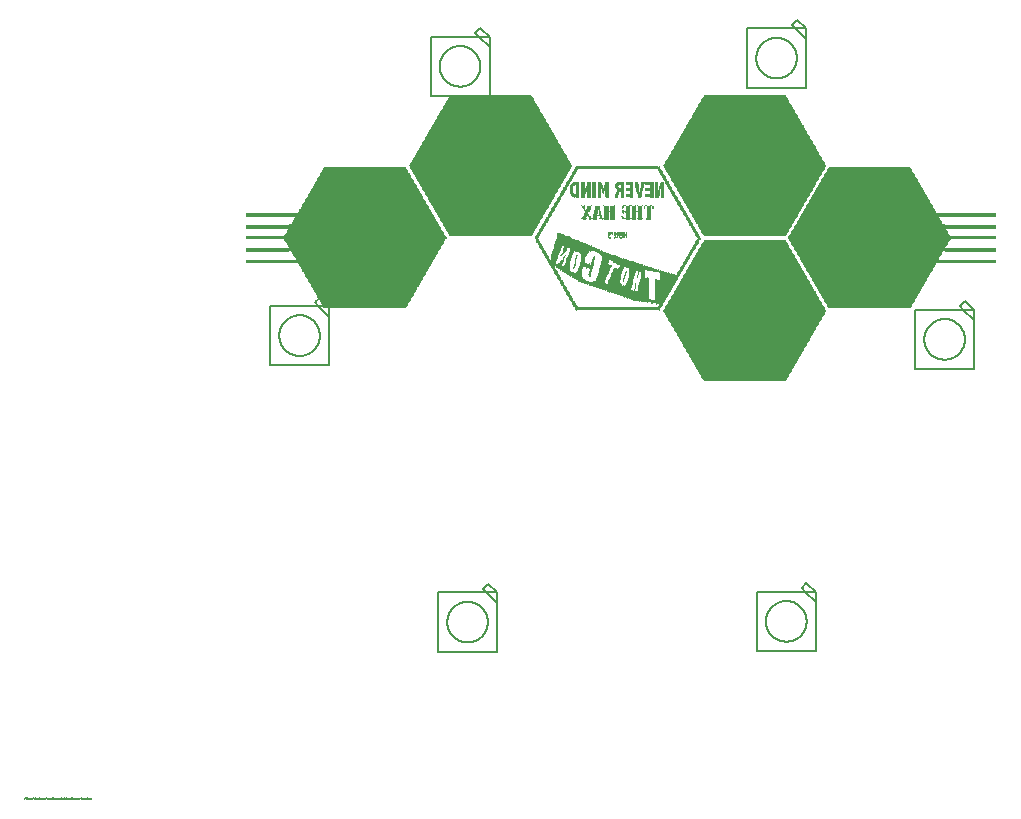
<source format=gbo>
G75*
%MOIN*%
%OFA0B0*%
%FSLAX25Y25*%
%IPPOS*%
%LPD*%
%AMOC8*
5,1,8,0,0,1.08239X$1,22.5*
%
%ADD10R,0.00250X0.01000*%
%ADD11R,0.00250X0.01250*%
%ADD12R,0.00250X0.01750*%
%ADD13R,0.00250X0.02500*%
%ADD14R,0.00250X0.03500*%
%ADD15R,0.00250X0.04500*%
%ADD16R,0.00250X0.05250*%
%ADD17R,0.00250X0.06000*%
%ADD18R,0.00250X0.09000*%
%ADD19R,0.00250X0.09500*%
%ADD20R,0.00250X0.10500*%
%ADD21R,0.00250X0.11500*%
%ADD22R,0.00250X0.12250*%
%ADD23R,0.00250X0.13000*%
%ADD24R,0.00250X0.16500*%
%ADD25R,0.00250X0.17500*%
%ADD26R,0.00250X0.18250*%
%ADD27R,0.00250X0.19250*%
%ADD28R,0.00250X0.20000*%
%ADD29R,0.00250X0.20750*%
%ADD30R,0.00250X0.21750*%
%ADD31R,0.00250X0.22500*%
%ADD32R,0.00250X0.23500*%
%ADD33R,0.00250X0.24250*%
%ADD34R,0.00250X0.25000*%
%ADD35R,0.00250X0.26000*%
%ADD36R,0.00250X0.27000*%
%ADD37R,0.00250X0.27750*%
%ADD38R,0.00250X0.28500*%
%ADD39R,0.00250X0.29500*%
%ADD40R,0.00250X0.30500*%
%ADD41R,0.00250X0.31250*%
%ADD42R,0.00250X0.32000*%
%ADD43R,0.00250X0.33000*%
%ADD44R,0.00250X0.34000*%
%ADD45R,0.00250X0.34750*%
%ADD46R,0.00250X0.35500*%
%ADD47R,0.00250X0.36500*%
%ADD48R,0.00250X0.37500*%
%ADD49R,0.00250X0.38250*%
%ADD50R,0.00250X0.39000*%
%ADD51R,0.00250X0.40000*%
%ADD52R,0.00250X0.40750*%
%ADD53R,0.00250X0.41500*%
%ADD54R,0.00250X0.42500*%
%ADD55R,0.00250X0.43250*%
%ADD56R,0.00250X0.44250*%
%ADD57R,0.00250X0.45000*%
%ADD58R,0.00250X0.46000*%
%ADD59R,0.00250X0.46750*%
%ADD60R,0.00250X0.47000*%
%ADD61R,0.00250X0.00750*%
%ADD62R,0.00250X0.01500*%
%ADD63R,0.00250X0.41750*%
%ADD64R,0.00250X0.03250*%
%ADD65R,0.00250X0.04000*%
%ADD66R,0.00250X0.04250*%
%ADD67R,0.00250X0.05000*%
%ADD68R,0.00250X0.06500*%
%ADD69R,0.00250X0.06750*%
%ADD70R,0.00250X0.07500*%
%ADD71R,0.00250X0.08500*%
%ADD72R,0.00250X0.10000*%
%ADD73R,0.00250X0.10250*%
%ADD74R,0.00250X0.11000*%
%ADD75R,0.00250X0.12000*%
%ADD76R,0.00250X0.13500*%
%ADD77R,0.00250X0.13750*%
%ADD78R,0.00250X0.14500*%
%ADD79R,0.00250X0.15500*%
%ADD80R,0.00250X0.16250*%
%ADD81R,0.00250X0.17000*%
%ADD82R,0.00250X0.17250*%
%ADD83R,0.00250X0.18000*%
%ADD84R,0.00250X0.19000*%
%ADD85R,0.00250X0.19750*%
%ADD86R,0.00250X0.20500*%
%ADD87R,0.00250X0.21500*%
%ADD88R,0.00250X0.23250*%
%ADD89R,0.00250X0.21000*%
%ADD90R,0.00250X0.24000*%
%ADD91R,0.00250X0.25750*%
%ADD92R,0.00250X0.26750*%
%ADD93R,0.00250X0.27500*%
%ADD94R,0.00250X0.15750*%
%ADD95R,0.00250X0.29250*%
%ADD96R,0.00250X0.14750*%
%ADD97R,0.00250X0.30000*%
%ADD98R,0.00250X0.14000*%
%ADD99R,0.00250X0.30250*%
%ADD100R,0.00250X0.31000*%
%ADD101R,0.00250X0.31750*%
%ADD102R,0.00250X0.32500*%
%ADD103R,0.00250X0.11250*%
%ADD104R,0.00250X0.32750*%
%ADD105R,0.00250X0.33500*%
%ADD106R,0.00250X0.33750*%
%ADD107R,0.00250X0.34500*%
%ADD108R,0.00250X0.35250*%
%ADD109R,0.00250X0.08750*%
%ADD110R,0.00250X0.36000*%
%ADD111R,0.00250X0.08000*%
%ADD112R,0.00250X0.36250*%
%ADD113R,0.00250X0.37000*%
%ADD114R,0.00250X0.07000*%
%ADD115R,0.00250X0.38000*%
%ADD116R,0.00250X0.38750*%
%ADD117R,0.00250X0.05500*%
%ADD118R,0.00250X0.39500*%
%ADD119R,0.00250X0.40500*%
%ADD120R,0.00250X0.02750*%
%ADD121R,0.00250X0.42250*%
%ADD122R,0.00250X0.02000*%
%ADD123R,0.00250X0.43000*%
%ADD124R,0.00250X0.44000*%
%ADD125R,0.00250X0.45750*%
%ADD126R,0.00250X0.46500*%
%ADD127R,0.00250X0.46250*%
%ADD128R,0.00250X0.45500*%
%ADD129R,0.00250X0.45250*%
%ADD130R,0.00250X0.44500*%
%ADD131R,0.00250X0.43500*%
%ADD132R,0.00250X0.42750*%
%ADD133R,0.00250X0.42000*%
%ADD134R,0.00250X0.41000*%
%ADD135R,0.00250X0.40250*%
%ADD136R,0.00250X0.39250*%
%ADD137R,0.00250X0.38500*%
%ADD138R,0.00250X0.02250*%
%ADD139R,0.00250X0.36750*%
%ADD140R,0.00250X0.35750*%
%ADD141R,0.00250X0.35000*%
%ADD142R,0.00250X0.33250*%
%ADD143R,0.00250X0.32250*%
%ADD144R,0.00250X0.31500*%
%ADD145R,0.00250X0.30750*%
%ADD146R,0.00250X0.29750*%
%ADD147R,0.00250X0.29000*%
%ADD148R,0.00250X0.28000*%
%ADD149R,0.00250X0.27250*%
%ADD150R,0.00250X0.26500*%
%ADD151R,0.00250X0.26250*%
%ADD152R,0.00250X0.25500*%
%ADD153R,0.00250X0.24500*%
%ADD154R,0.00250X0.23750*%
%ADD155R,0.00250X0.23000*%
%ADD156R,0.00250X0.22000*%
%ADD157R,0.00250X0.20250*%
%ADD158R,0.00250X0.19500*%
%ADD159R,0.00250X0.18500*%
%ADD160R,0.00250X0.16750*%
%ADD161R,0.00250X0.16000*%
%ADD162R,0.00250X0.15000*%
%ADD163R,0.00250X0.13250*%
%ADD164R,0.00250X0.12500*%
%ADD165R,0.00250X0.10750*%
%ADD166R,0.00250X0.09750*%
%ADD167R,0.00250X0.08250*%
%ADD168R,0.00250X0.07250*%
%ADD169R,0.00250X0.06250*%
%ADD170R,0.00250X0.04750*%
%ADD171R,0.00250X0.03750*%
%ADD172R,0.00250X0.03000*%
%ADD173R,0.00250X0.00500*%
%ADD174R,0.00250X0.00250*%
%ADD175R,0.00250X0.05750*%
%ADD176R,0.00250X0.07750*%
%ADD177R,0.00250X0.12750*%
%ADD178R,0.00250X0.09250*%
%ADD179R,0.00250X0.25250*%
%ADD180R,0.00250X0.37250*%
%ADD181R,0.00250X0.39750*%
%ADD182R,0.00250X0.14250*%
%ADD183R,0.00250X0.28750*%
%ADD184R,0.00250X0.22750*%
%ADD185C,0.00000*%
%ADD186C,0.00500*%
D10*
X0187750Y0166375D03*
X0188000Y0166375D03*
X0188250Y0166375D03*
X0188500Y0166375D03*
X0188750Y0166375D03*
X0189000Y0166375D03*
X0189250Y0166375D03*
X0189500Y0166375D03*
X0189750Y0166375D03*
X0190000Y0166375D03*
X0190250Y0166375D03*
X0190500Y0166375D03*
X0190750Y0166375D03*
X0191000Y0166375D03*
X0191250Y0166375D03*
X0191500Y0166375D03*
X0191750Y0166375D03*
X0192000Y0166375D03*
X0192250Y0166375D03*
X0192500Y0166375D03*
X0192750Y0166375D03*
X0193000Y0166375D03*
X0193250Y0166375D03*
X0193500Y0166375D03*
X0193750Y0166375D03*
X0194000Y0166375D03*
X0194250Y0166375D03*
X0194500Y0166375D03*
X0194750Y0166375D03*
X0195000Y0166375D03*
X0195250Y0166375D03*
X0195500Y0166375D03*
X0195750Y0166375D03*
X0196000Y0166375D03*
X0196250Y0166375D03*
X0196500Y0166375D03*
X0196750Y0166375D03*
X0197000Y0166375D03*
X0197250Y0166375D03*
X0197500Y0166375D03*
X0197750Y0166375D03*
X0198000Y0166375D03*
X0198250Y0166375D03*
X0198500Y0166375D03*
X0198750Y0166375D03*
X0199000Y0166375D03*
X0199250Y0166375D03*
X0199500Y0166375D03*
X0199750Y0166375D03*
X0200000Y0166375D03*
X0200250Y0166375D03*
X0200500Y0166375D03*
X0200750Y0166375D03*
X0201000Y0166375D03*
X0201250Y0166375D03*
X0201500Y0166375D03*
X0201750Y0166375D03*
X0202000Y0166375D03*
X0202250Y0166375D03*
X0202500Y0166375D03*
X0202750Y0166375D03*
X0203000Y0166375D03*
X0203250Y0166375D03*
X0203500Y0166375D03*
X0203750Y0166375D03*
X0204000Y0166375D03*
X0204250Y0166375D03*
X0204500Y0166375D03*
X0204750Y0166375D03*
X0205000Y0166375D03*
X0205250Y0166375D03*
X0205500Y0166375D03*
X0205750Y0166375D03*
X0206000Y0166375D03*
X0206250Y0166375D03*
X0206500Y0166375D03*
X0206750Y0166375D03*
X0207000Y0166375D03*
X0207250Y0166375D03*
X0207500Y0166375D03*
X0207750Y0166375D03*
X0208000Y0166375D03*
X0208250Y0166375D03*
X0208500Y0166375D03*
X0208750Y0166375D03*
X0209000Y0166375D03*
X0209250Y0166375D03*
X0209500Y0166375D03*
X0209750Y0166375D03*
X0210000Y0166375D03*
X0210250Y0166375D03*
X0210500Y0166375D03*
X0210750Y0166375D03*
X0211000Y0166375D03*
X0211250Y0166375D03*
X0211500Y0166375D03*
X0211750Y0166375D03*
X0212000Y0166375D03*
X0212250Y0166375D03*
X0212500Y0166375D03*
X0212750Y0166375D03*
X0213000Y0166375D03*
X0213250Y0166375D03*
X0213500Y0166375D03*
X0213750Y0166375D03*
X0214000Y0166375D03*
X0214250Y0166375D03*
X0213250Y0168625D03*
X0213000Y0168625D03*
X0212750Y0168625D03*
X0212000Y0168875D03*
X0211750Y0168875D03*
X0211500Y0168875D03*
X0207500Y0176875D03*
X0207750Y0177875D03*
X0212500Y0179375D03*
X0213250Y0179125D03*
X0213500Y0179125D03*
X0213750Y0179125D03*
X0214500Y0178875D03*
X0198500Y0180375D03*
X0194000Y0185875D03*
X0198500Y0191375D03*
X0202500Y0196625D03*
X0202500Y0198625D03*
X0202500Y0200125D03*
X0203750Y0203875D03*
X0204000Y0203875D03*
X0204250Y0203875D03*
X0204500Y0203875D03*
X0204750Y0203875D03*
X0205000Y0203875D03*
X0205000Y0206125D03*
X0204750Y0206125D03*
X0204500Y0206125D03*
X0204250Y0206125D03*
X0204000Y0206125D03*
X0203750Y0206125D03*
X0203750Y0208125D03*
X0204000Y0208125D03*
X0204250Y0208125D03*
X0204500Y0208125D03*
X0204750Y0208125D03*
X0205000Y0208125D03*
X0206750Y0208125D03*
X0210250Y0208125D03*
X0210500Y0208125D03*
X0210750Y0208125D03*
X0211000Y0208125D03*
X0211250Y0208125D03*
X0211500Y0208125D03*
X0211750Y0208125D03*
X0211750Y0206125D03*
X0211500Y0206125D03*
X0211250Y0206125D03*
X0211000Y0206125D03*
X0210750Y0206125D03*
X0210500Y0206125D03*
X0210250Y0206125D03*
X0210250Y0203875D03*
X0210500Y0203875D03*
X0210750Y0203875D03*
X0211000Y0203875D03*
X0211250Y0203875D03*
X0211500Y0203875D03*
X0211750Y0203875D03*
X0212500Y0200125D03*
X0212750Y0200125D03*
X0210000Y0200125D03*
X0209750Y0200125D03*
X0202000Y0208125D03*
X0201750Y0208125D03*
X0201500Y0208125D03*
X0201500Y0213375D03*
X0201250Y0213375D03*
X0201000Y0213375D03*
X0200750Y0213375D03*
X0200500Y0213375D03*
X0200250Y0213375D03*
X0200000Y0213375D03*
X0199750Y0213375D03*
X0199500Y0213375D03*
X0199250Y0213375D03*
X0199000Y0213375D03*
X0198750Y0213375D03*
X0198500Y0213375D03*
X0198250Y0213375D03*
X0198000Y0213375D03*
X0197750Y0213375D03*
X0197500Y0213375D03*
X0197250Y0213375D03*
X0197000Y0213375D03*
X0196750Y0213375D03*
X0196500Y0213375D03*
X0196250Y0213375D03*
X0196000Y0213375D03*
X0195750Y0213375D03*
X0195500Y0213375D03*
X0195250Y0213375D03*
X0195000Y0213375D03*
X0194750Y0213375D03*
X0194500Y0213375D03*
X0194250Y0213375D03*
X0194000Y0213375D03*
X0193750Y0213375D03*
X0193500Y0213375D03*
X0193250Y0213375D03*
X0193000Y0213375D03*
X0192750Y0213375D03*
X0192500Y0213375D03*
X0192250Y0213375D03*
X0192000Y0213375D03*
X0191750Y0213375D03*
X0191500Y0213375D03*
X0191250Y0213375D03*
X0191000Y0213375D03*
X0190750Y0213375D03*
X0190500Y0213375D03*
X0190250Y0213375D03*
X0190000Y0213375D03*
X0189750Y0213375D03*
X0189500Y0213375D03*
X0189250Y0213375D03*
X0189000Y0213375D03*
X0188750Y0213375D03*
X0188500Y0213375D03*
X0188250Y0213375D03*
X0188000Y0213375D03*
X0187750Y0213375D03*
X0187000Y0208125D03*
X0186750Y0208125D03*
X0186750Y0203875D03*
X0187000Y0203875D03*
X0189500Y0200125D03*
X0190000Y0199375D03*
X0191250Y0197375D03*
X0191750Y0196625D03*
X0192750Y0196625D03*
X0183000Y0183125D03*
X0180750Y0180625D03*
X0180250Y0180875D03*
X0190500Y0175125D03*
X0191250Y0174875D03*
X0173500Y0189875D03*
X0143500Y0190125D03*
X0131750Y0214125D03*
X0093500Y0182125D03*
X0093250Y0182125D03*
X0093000Y0182125D03*
X0092750Y0182125D03*
X0092500Y0182125D03*
X0092250Y0182125D03*
X0092000Y0182125D03*
X0091750Y0182125D03*
X0091500Y0182125D03*
X0091250Y0182125D03*
X0091000Y0182125D03*
X0090750Y0182125D03*
X0090500Y0182125D03*
X0090250Y0182125D03*
X0090000Y0182125D03*
X0089750Y0182125D03*
X0089500Y0182125D03*
X0089250Y0182125D03*
X0089000Y0182125D03*
X0088750Y0182125D03*
X0088500Y0182125D03*
X0088250Y0182125D03*
X0088000Y0182125D03*
X0087750Y0182125D03*
X0087500Y0182125D03*
X0087250Y0182125D03*
X0087000Y0182125D03*
X0086750Y0182125D03*
X0086500Y0182125D03*
X0086250Y0182125D03*
X0086000Y0182125D03*
X0085750Y0182125D03*
X0085500Y0182125D03*
X0085250Y0182125D03*
X0085000Y0182125D03*
X0084750Y0182125D03*
X0084500Y0182125D03*
X0084250Y0182125D03*
X0084000Y0182125D03*
X0083750Y0182125D03*
X0083500Y0182125D03*
X0083250Y0182125D03*
X0083000Y0182125D03*
X0082750Y0182125D03*
X0082500Y0182125D03*
X0082250Y0182125D03*
X0082000Y0182125D03*
X0081750Y0182125D03*
X0081500Y0182125D03*
X0081250Y0182125D03*
X0081000Y0182125D03*
X0080750Y0182125D03*
X0080500Y0182125D03*
X0080250Y0182125D03*
X0080000Y0182125D03*
X0079750Y0182125D03*
X0079500Y0182125D03*
X0079250Y0182125D03*
X0079000Y0182125D03*
X0078750Y0182125D03*
X0078500Y0182125D03*
X0078250Y0182125D03*
X0078000Y0182125D03*
X0077750Y0182125D03*
X0077500Y0182125D03*
X0077250Y0182125D03*
X0077250Y0189875D03*
X0077500Y0189875D03*
X0077750Y0189875D03*
X0078000Y0189875D03*
X0078250Y0189875D03*
X0078500Y0189875D03*
X0078750Y0189875D03*
X0079000Y0189875D03*
X0079250Y0189875D03*
X0079500Y0189875D03*
X0079750Y0189875D03*
X0080000Y0189875D03*
X0080250Y0189875D03*
X0080500Y0189875D03*
X0080750Y0189875D03*
X0081000Y0189875D03*
X0081250Y0189875D03*
X0081500Y0189875D03*
X0081750Y0189875D03*
X0082000Y0189875D03*
X0082250Y0189875D03*
X0082500Y0189875D03*
X0082750Y0189875D03*
X0083000Y0189875D03*
X0083250Y0189875D03*
X0083500Y0189875D03*
X0083750Y0189875D03*
X0084000Y0189875D03*
X0084250Y0189875D03*
X0084500Y0189875D03*
X0084750Y0189875D03*
X0085000Y0189875D03*
X0085250Y0189875D03*
X0085500Y0189875D03*
X0085750Y0189875D03*
X0086000Y0189875D03*
X0086250Y0189875D03*
X0086500Y0189875D03*
X0086750Y0189875D03*
X0087000Y0189875D03*
X0087250Y0189875D03*
X0087500Y0189875D03*
X0087750Y0189875D03*
X0088000Y0189875D03*
X0088250Y0189875D03*
X0088500Y0189875D03*
X0088750Y0189875D03*
X0089000Y0189875D03*
X0089250Y0189875D03*
X0089500Y0189875D03*
X0201750Y0213375D03*
X0202000Y0213375D03*
X0202250Y0213375D03*
X0202500Y0213375D03*
X0202750Y0213375D03*
X0203000Y0213375D03*
X0203250Y0213375D03*
X0203500Y0213375D03*
X0203750Y0213375D03*
X0204000Y0213375D03*
X0204250Y0213375D03*
X0204500Y0213375D03*
X0204750Y0213375D03*
X0205000Y0213375D03*
X0205250Y0213375D03*
X0205500Y0213375D03*
X0205750Y0213375D03*
X0206000Y0213375D03*
X0206250Y0213375D03*
X0206500Y0213375D03*
X0206750Y0213375D03*
X0207000Y0213375D03*
X0207250Y0213375D03*
X0207500Y0213375D03*
X0207750Y0213375D03*
X0208000Y0213375D03*
X0208250Y0213375D03*
X0208500Y0213375D03*
X0208750Y0213375D03*
X0209000Y0213375D03*
X0209250Y0213375D03*
X0209500Y0213375D03*
X0209750Y0213375D03*
X0210000Y0213375D03*
X0210250Y0213375D03*
X0210500Y0213375D03*
X0210750Y0213375D03*
X0211000Y0213375D03*
X0211250Y0213375D03*
X0211500Y0213375D03*
X0211750Y0213375D03*
X0212000Y0213375D03*
X0212250Y0213375D03*
X0212500Y0213375D03*
X0212750Y0213375D03*
X0213000Y0213375D03*
X0213250Y0213375D03*
X0213500Y0213375D03*
X0213750Y0213375D03*
X0214000Y0213375D03*
X0214250Y0213375D03*
X0258000Y0189875D03*
X0308250Y0182125D03*
X0308500Y0182125D03*
X0308750Y0182125D03*
X0309000Y0182125D03*
X0309250Y0182125D03*
X0309500Y0182125D03*
X0309750Y0182125D03*
X0310000Y0182125D03*
X0310250Y0182125D03*
X0310500Y0182125D03*
X0310750Y0182125D03*
X0311000Y0182125D03*
X0311250Y0182125D03*
X0311500Y0182125D03*
X0311750Y0182125D03*
X0312000Y0182125D03*
X0312250Y0182125D03*
X0312500Y0182125D03*
X0312750Y0182125D03*
X0313000Y0182125D03*
X0313250Y0182125D03*
X0313500Y0182125D03*
X0313750Y0182125D03*
X0314000Y0182125D03*
X0314250Y0182125D03*
X0314500Y0182125D03*
X0314750Y0182125D03*
X0315000Y0182125D03*
X0315250Y0182125D03*
X0315500Y0182125D03*
X0315750Y0182125D03*
X0316000Y0182125D03*
X0316250Y0182125D03*
X0316500Y0182125D03*
X0316750Y0182125D03*
X0317000Y0182125D03*
X0317250Y0182125D03*
X0317500Y0182125D03*
X0317750Y0182125D03*
X0318000Y0182125D03*
X0318250Y0182125D03*
X0318500Y0182125D03*
X0318750Y0182125D03*
X0319000Y0182125D03*
X0319250Y0182125D03*
X0319500Y0182125D03*
X0319750Y0182125D03*
X0320000Y0182125D03*
X0320250Y0182125D03*
X0320500Y0182125D03*
X0320750Y0182125D03*
X0321000Y0182125D03*
X0321250Y0182125D03*
X0321500Y0182125D03*
X0321750Y0182125D03*
X0322000Y0182125D03*
X0322250Y0182125D03*
X0322500Y0182125D03*
X0322750Y0182125D03*
X0323000Y0182125D03*
X0323250Y0182125D03*
X0323500Y0182125D03*
X0323750Y0182125D03*
X0324000Y0182125D03*
X0324250Y0182125D03*
X0324500Y0182125D03*
X0324750Y0182125D03*
X0325000Y0182125D03*
X0325250Y0182125D03*
X0325500Y0182125D03*
X0325750Y0182125D03*
X0326000Y0182125D03*
X0326250Y0182125D03*
X0326500Y0182125D03*
X0326750Y0182125D03*
X0327000Y0182125D03*
X0327000Y0189875D03*
X0326750Y0189875D03*
X0326500Y0189875D03*
X0326250Y0189875D03*
X0326000Y0189875D03*
X0325750Y0189875D03*
X0325500Y0189875D03*
X0325250Y0189875D03*
X0325000Y0189875D03*
X0324750Y0189875D03*
X0324500Y0189875D03*
X0324250Y0189875D03*
X0324000Y0189875D03*
X0323750Y0189875D03*
X0323500Y0189875D03*
X0323250Y0189875D03*
X0323000Y0189875D03*
X0322750Y0189875D03*
X0322500Y0189875D03*
X0322250Y0189875D03*
X0322000Y0189875D03*
X0321750Y0189875D03*
X0321500Y0189875D03*
X0321250Y0189875D03*
X0321000Y0189875D03*
X0320750Y0189875D03*
X0320500Y0189875D03*
X0320250Y0189875D03*
X0320000Y0189875D03*
X0319750Y0189875D03*
X0319500Y0189875D03*
X0319250Y0189875D03*
X0319000Y0189875D03*
X0318750Y0189875D03*
X0318500Y0189875D03*
X0318250Y0189875D03*
X0318000Y0189875D03*
X0317750Y0189875D03*
X0317500Y0189875D03*
X0317250Y0189875D03*
X0317000Y0189875D03*
X0316750Y0189875D03*
X0316500Y0189875D03*
X0316250Y0189875D03*
X0316000Y0189875D03*
X0315750Y0189875D03*
X0315500Y0189875D03*
X0315250Y0189875D03*
X0315000Y0189875D03*
X0314750Y0189875D03*
X0314500Y0189875D03*
X0314250Y0189875D03*
X0314000Y0189875D03*
X0313750Y0189875D03*
X0313500Y0189875D03*
X0313250Y0189875D03*
X0313000Y0189875D03*
X0312750Y0189875D03*
X0312500Y0189875D03*
X0312250Y0189875D03*
X0312000Y0189875D03*
D11*
X0311750Y0190000D03*
X0311750Y0193750D03*
X0311500Y0193750D03*
X0311250Y0193750D03*
X0311000Y0193750D03*
X0310750Y0193750D03*
X0310500Y0193750D03*
X0310250Y0193750D03*
X0312000Y0193750D03*
X0312250Y0193750D03*
X0312500Y0193750D03*
X0312750Y0193750D03*
X0313000Y0193750D03*
X0313250Y0193750D03*
X0313500Y0193750D03*
X0313750Y0193750D03*
X0314000Y0193750D03*
X0314250Y0193750D03*
X0314500Y0193750D03*
X0314750Y0193750D03*
X0315000Y0193750D03*
X0315250Y0193750D03*
X0315500Y0193750D03*
X0315750Y0193750D03*
X0316000Y0193750D03*
X0316250Y0193750D03*
X0316500Y0193750D03*
X0316750Y0193750D03*
X0317000Y0193750D03*
X0317250Y0193750D03*
X0317500Y0193750D03*
X0317750Y0193750D03*
X0318000Y0193750D03*
X0318250Y0193750D03*
X0318500Y0193750D03*
X0318750Y0193750D03*
X0319000Y0193750D03*
X0319250Y0193750D03*
X0319500Y0193750D03*
X0319750Y0193750D03*
X0320000Y0193750D03*
X0320250Y0193750D03*
X0320500Y0193750D03*
X0320750Y0193750D03*
X0321000Y0193750D03*
X0321250Y0193750D03*
X0321500Y0193750D03*
X0321750Y0193750D03*
X0322000Y0193750D03*
X0322250Y0193750D03*
X0322500Y0193750D03*
X0322750Y0193750D03*
X0323000Y0193750D03*
X0323250Y0193750D03*
X0323500Y0193750D03*
X0323750Y0193750D03*
X0324000Y0193750D03*
X0324250Y0193750D03*
X0324500Y0193750D03*
X0324750Y0193750D03*
X0325000Y0193750D03*
X0325250Y0193750D03*
X0325500Y0193750D03*
X0325750Y0193750D03*
X0326000Y0193750D03*
X0326250Y0193750D03*
X0326500Y0193750D03*
X0326750Y0193750D03*
X0327000Y0193750D03*
X0327000Y0197500D03*
X0326750Y0197500D03*
X0326500Y0197500D03*
X0326250Y0197500D03*
X0326000Y0197500D03*
X0325750Y0197500D03*
X0325500Y0197500D03*
X0325250Y0197500D03*
X0325000Y0197500D03*
X0324750Y0197500D03*
X0324500Y0197500D03*
X0324250Y0197500D03*
X0324000Y0197500D03*
X0323750Y0197500D03*
X0323500Y0197500D03*
X0323250Y0197500D03*
X0323000Y0197500D03*
X0322750Y0197500D03*
X0322500Y0197500D03*
X0322250Y0197500D03*
X0322000Y0197500D03*
X0321750Y0197500D03*
X0321500Y0197500D03*
X0321250Y0197500D03*
X0321000Y0197500D03*
X0320750Y0197500D03*
X0320500Y0197500D03*
X0320250Y0197500D03*
X0320000Y0197500D03*
X0319750Y0197500D03*
X0319500Y0197500D03*
X0319250Y0197500D03*
X0319000Y0197500D03*
X0318750Y0197500D03*
X0318500Y0197500D03*
X0318250Y0197500D03*
X0318000Y0197500D03*
X0317750Y0197500D03*
X0317500Y0197500D03*
X0317250Y0197500D03*
X0317000Y0197500D03*
X0316750Y0197500D03*
X0316500Y0197500D03*
X0316250Y0197500D03*
X0316000Y0197500D03*
X0315750Y0197500D03*
X0315500Y0197500D03*
X0315250Y0197500D03*
X0315000Y0197500D03*
X0314750Y0197500D03*
X0314500Y0197500D03*
X0314250Y0197500D03*
X0314000Y0197500D03*
X0313750Y0197500D03*
X0313500Y0197500D03*
X0313250Y0197500D03*
X0313000Y0197500D03*
X0312750Y0197500D03*
X0312500Y0197500D03*
X0312250Y0197500D03*
X0312000Y0197500D03*
X0311750Y0197500D03*
X0311500Y0197500D03*
X0311250Y0197500D03*
X0311000Y0197500D03*
X0310750Y0197500D03*
X0310500Y0197500D03*
X0310250Y0197500D03*
X0310000Y0197500D03*
X0309750Y0197500D03*
X0309500Y0197500D03*
X0309250Y0197500D03*
X0309000Y0197500D03*
X0308750Y0197500D03*
X0308500Y0197500D03*
X0308250Y0197500D03*
X0310250Y0186000D03*
X0310500Y0186000D03*
X0310750Y0186000D03*
X0311000Y0186000D03*
X0311250Y0186000D03*
X0311500Y0186000D03*
X0311750Y0186000D03*
X0312000Y0186000D03*
X0312250Y0186000D03*
X0312500Y0186000D03*
X0312750Y0186000D03*
X0313000Y0186000D03*
X0313250Y0186000D03*
X0313500Y0186000D03*
X0313750Y0186000D03*
X0314000Y0186000D03*
X0314250Y0186000D03*
X0314500Y0186000D03*
X0314750Y0186000D03*
X0315000Y0186000D03*
X0315250Y0186000D03*
X0315500Y0186000D03*
X0315750Y0186000D03*
X0316000Y0186000D03*
X0316250Y0186000D03*
X0316500Y0186000D03*
X0316750Y0186000D03*
X0317000Y0186000D03*
X0317250Y0186000D03*
X0317500Y0186000D03*
X0317750Y0186000D03*
X0318000Y0186000D03*
X0318250Y0186000D03*
X0318500Y0186000D03*
X0318750Y0186000D03*
X0319000Y0186000D03*
X0319250Y0186000D03*
X0319500Y0186000D03*
X0319750Y0186000D03*
X0320000Y0186000D03*
X0320250Y0186000D03*
X0320500Y0186000D03*
X0320750Y0186000D03*
X0321000Y0186000D03*
X0321250Y0186000D03*
X0321500Y0186000D03*
X0321750Y0186000D03*
X0322000Y0186000D03*
X0322250Y0186000D03*
X0322500Y0186000D03*
X0322750Y0186000D03*
X0323000Y0186000D03*
X0323250Y0186000D03*
X0323500Y0186000D03*
X0323750Y0186000D03*
X0324000Y0186000D03*
X0324250Y0186000D03*
X0324500Y0186000D03*
X0324750Y0186000D03*
X0325000Y0186000D03*
X0325250Y0186000D03*
X0325500Y0186000D03*
X0325750Y0186000D03*
X0326000Y0186000D03*
X0326250Y0186000D03*
X0326500Y0186000D03*
X0326750Y0186000D03*
X0327000Y0186000D03*
X0216500Y0214000D03*
X0201250Y0208000D03*
X0201500Y0206000D03*
X0202000Y0206000D03*
X0200250Y0204000D03*
X0202750Y0198500D03*
X0194500Y0200000D03*
X0191750Y0200000D03*
X0189750Y0200000D03*
X0189500Y0196750D03*
X0191500Y0196750D03*
X0186500Y0204000D03*
X0186500Y0208000D03*
X0187500Y0213250D03*
X0198000Y0190500D03*
X0194500Y0185750D03*
X0194250Y0185750D03*
X0193750Y0186000D03*
X0193500Y0186000D03*
X0193250Y0186250D03*
X0193000Y0186250D03*
X0194750Y0185500D03*
X0193250Y0183250D03*
X0187250Y0183500D03*
X0182750Y0185250D03*
X0180500Y0180750D03*
X0189750Y0175500D03*
X0190000Y0175250D03*
X0190250Y0175250D03*
X0190750Y0175000D03*
X0191000Y0175000D03*
X0191500Y0174750D03*
X0191750Y0174750D03*
X0192000Y0174750D03*
X0192250Y0174750D03*
X0187500Y0166500D03*
X0203000Y0176000D03*
X0206750Y0173750D03*
X0212250Y0168750D03*
X0212500Y0168750D03*
X0212750Y0179250D03*
X0213000Y0179250D03*
X0212250Y0179500D03*
X0212000Y0179500D03*
X0211750Y0179500D03*
X0093250Y0197500D03*
X0093000Y0197500D03*
X0092750Y0197500D03*
X0092500Y0197500D03*
X0092250Y0197500D03*
X0092000Y0197500D03*
X0091750Y0197500D03*
X0091500Y0197500D03*
X0091250Y0197500D03*
X0091000Y0197500D03*
X0090750Y0197500D03*
X0090500Y0197500D03*
X0090250Y0197500D03*
X0090000Y0197500D03*
X0089750Y0197500D03*
X0089500Y0197500D03*
X0089250Y0197500D03*
X0089000Y0197500D03*
X0088750Y0197500D03*
X0088500Y0197500D03*
X0088250Y0197500D03*
X0088000Y0197500D03*
X0087750Y0197500D03*
X0087500Y0197500D03*
X0087250Y0197500D03*
X0087000Y0197500D03*
X0086750Y0197500D03*
X0086500Y0197500D03*
X0086250Y0197500D03*
X0086000Y0197500D03*
X0085750Y0197500D03*
X0085500Y0197500D03*
X0085250Y0197500D03*
X0085000Y0197500D03*
X0084750Y0197500D03*
X0084500Y0197500D03*
X0084250Y0197500D03*
X0084000Y0197500D03*
X0083750Y0197500D03*
X0083500Y0197500D03*
X0083250Y0197500D03*
X0083000Y0197500D03*
X0082750Y0197500D03*
X0082500Y0197500D03*
X0082250Y0197500D03*
X0082000Y0197500D03*
X0081750Y0197500D03*
X0081500Y0197500D03*
X0081250Y0197500D03*
X0081000Y0197500D03*
X0080750Y0197500D03*
X0080500Y0197500D03*
X0080250Y0197500D03*
X0080000Y0197500D03*
X0079750Y0197500D03*
X0079500Y0197500D03*
X0079250Y0197500D03*
X0079000Y0197500D03*
X0078750Y0197500D03*
X0078500Y0197500D03*
X0078250Y0197500D03*
X0078000Y0197500D03*
X0077750Y0197500D03*
X0077500Y0197500D03*
X0077250Y0197500D03*
X0077250Y0193750D03*
X0077500Y0193750D03*
X0077750Y0193750D03*
X0078000Y0193750D03*
X0078250Y0193750D03*
X0078500Y0193750D03*
X0078750Y0193750D03*
X0079000Y0193750D03*
X0079250Y0193750D03*
X0079500Y0193750D03*
X0079750Y0193750D03*
X0080000Y0193750D03*
X0080250Y0193750D03*
X0080500Y0193750D03*
X0080750Y0193750D03*
X0081000Y0193750D03*
X0081250Y0193750D03*
X0081500Y0193750D03*
X0081750Y0193750D03*
X0082000Y0193750D03*
X0082250Y0193750D03*
X0082500Y0193750D03*
X0082750Y0193750D03*
X0083000Y0193750D03*
X0083250Y0193750D03*
X0083500Y0193750D03*
X0083750Y0193750D03*
X0084000Y0193750D03*
X0084250Y0193750D03*
X0084500Y0193750D03*
X0084750Y0193750D03*
X0085000Y0193750D03*
X0085250Y0193750D03*
X0085500Y0193750D03*
X0085750Y0193750D03*
X0086000Y0193750D03*
X0086250Y0193750D03*
X0086500Y0193750D03*
X0086750Y0193750D03*
X0087000Y0193750D03*
X0087250Y0193750D03*
X0087500Y0193750D03*
X0087750Y0193750D03*
X0088000Y0193750D03*
X0088250Y0193750D03*
X0088500Y0193750D03*
X0088750Y0193750D03*
X0089000Y0193750D03*
X0089250Y0193750D03*
X0089500Y0193750D03*
X0089750Y0193750D03*
X0090000Y0193750D03*
X0090250Y0193750D03*
X0090500Y0193750D03*
X0090750Y0193750D03*
X0091000Y0193750D03*
X0089750Y0190000D03*
X0089750Y0186000D03*
X0089500Y0186000D03*
X0089250Y0186000D03*
X0089000Y0186000D03*
X0088750Y0186000D03*
X0088500Y0186000D03*
X0088250Y0186000D03*
X0088000Y0186000D03*
X0087750Y0186000D03*
X0087500Y0186000D03*
X0087250Y0186000D03*
X0087000Y0186000D03*
X0086750Y0186000D03*
X0086500Y0186000D03*
X0086250Y0186000D03*
X0086000Y0186000D03*
X0085750Y0186000D03*
X0085500Y0186000D03*
X0085250Y0186000D03*
X0085000Y0186000D03*
X0084750Y0186000D03*
X0084500Y0186000D03*
X0084250Y0186000D03*
X0084000Y0186000D03*
X0083750Y0186000D03*
X0083500Y0186000D03*
X0083250Y0186000D03*
X0083000Y0186000D03*
X0082750Y0186000D03*
X0082500Y0186000D03*
X0082250Y0186000D03*
X0082000Y0186000D03*
X0081750Y0186000D03*
X0081500Y0186000D03*
X0081250Y0186000D03*
X0081000Y0186000D03*
X0080750Y0186000D03*
X0080500Y0186000D03*
X0080250Y0186000D03*
X0080000Y0186000D03*
X0079750Y0186000D03*
X0079500Y0186000D03*
X0079250Y0186000D03*
X0079000Y0186000D03*
X0078750Y0186000D03*
X0078500Y0186000D03*
X0078250Y0186000D03*
X0078000Y0186000D03*
X0077750Y0186000D03*
X0077500Y0186000D03*
X0077250Y0186000D03*
X0090000Y0186000D03*
X0090250Y0186000D03*
X0090500Y0186000D03*
X0090750Y0186000D03*
X0091000Y0186000D03*
X0091250Y0186000D03*
D12*
X0090000Y0190000D03*
X0179750Y0179500D03*
X0182500Y0179750D03*
X0185000Y0178250D03*
X0185250Y0178000D03*
X0186000Y0177500D03*
X0186250Y0177500D03*
X0186750Y0181500D03*
X0190500Y0180750D03*
X0191500Y0180500D03*
X0191500Y0178000D03*
X0192750Y0174750D03*
X0193000Y0174750D03*
X0187250Y0166750D03*
X0210000Y0180000D03*
X0214750Y0166750D03*
X0192250Y0186500D03*
X0183000Y0185750D03*
X0189750Y0197000D03*
X0191500Y0199750D03*
X0194750Y0199750D03*
X0197000Y0207750D03*
X0187250Y0213000D03*
X0185250Y0214000D03*
X0311500Y0190000D03*
D13*
X0311250Y0189875D03*
X0269750Y0165625D03*
X0228000Y0189875D03*
X0220250Y0176375D03*
X0208500Y0179875D03*
X0204000Y0181375D03*
X0201000Y0182375D03*
X0200500Y0182625D03*
X0200250Y0182875D03*
X0200000Y0182875D03*
X0199500Y0183125D03*
X0191250Y0186375D03*
X0196750Y0173625D03*
X0197500Y0173375D03*
X0200750Y0204625D03*
X0191000Y0204625D03*
X0190000Y0204625D03*
X0191000Y0207375D03*
X0185000Y0214125D03*
X0214500Y0204625D03*
X0214750Y0205375D03*
X0269750Y0214125D03*
X0090250Y0190125D03*
D14*
X0090500Y0190125D03*
X0174250Y0189875D03*
X0185000Y0188375D03*
X0188000Y0187125D03*
X0192500Y0181375D03*
X0192000Y0179375D03*
X0187750Y0177375D03*
X0182250Y0180875D03*
X0202750Y0181375D03*
X0206750Y0180125D03*
X0202500Y0172375D03*
X0219750Y0176125D03*
X0208500Y0205125D03*
X0184750Y0214125D03*
X0258750Y0189875D03*
X0311000Y0189875D03*
D15*
X0310750Y0189875D03*
X0259000Y0189875D03*
X0219250Y0175625D03*
X0203750Y0172375D03*
X0198250Y0174125D03*
X0188000Y0177625D03*
X0190250Y0185875D03*
X0186250Y0187375D03*
X0184000Y0188375D03*
X0193500Y0198375D03*
X0193750Y0198375D03*
X0194000Y0198375D03*
X0196500Y0198375D03*
X0196750Y0198375D03*
X0197000Y0198375D03*
X0197250Y0198375D03*
X0197500Y0198375D03*
X0197750Y0198375D03*
X0198500Y0198375D03*
X0198750Y0198375D03*
X0199000Y0198375D03*
X0199250Y0198375D03*
X0199500Y0198375D03*
X0199750Y0198375D03*
X0203750Y0198375D03*
X0204000Y0198375D03*
X0204250Y0198375D03*
X0204500Y0198375D03*
X0204750Y0198375D03*
X0205750Y0198375D03*
X0206000Y0198375D03*
X0206250Y0198375D03*
X0206500Y0198375D03*
X0206750Y0198375D03*
X0207750Y0198375D03*
X0208000Y0198375D03*
X0208250Y0198375D03*
X0208500Y0198375D03*
X0208750Y0198375D03*
X0210750Y0198375D03*
X0211000Y0198375D03*
X0211250Y0198375D03*
X0211500Y0198375D03*
X0211750Y0198375D03*
X0217500Y0214125D03*
X0185750Y0206125D03*
X0142500Y0190125D03*
X0132750Y0214125D03*
D16*
X0182000Y0188750D03*
X0184000Y0180500D03*
X0202250Y0180750D03*
X0202250Y0206000D03*
X0202500Y0206000D03*
X0202750Y0206000D03*
X0203000Y0206000D03*
X0201000Y0206000D03*
X0198000Y0206000D03*
X0197750Y0206000D03*
X0197500Y0206000D03*
X0197250Y0206000D03*
X0195250Y0206000D03*
X0195000Y0206000D03*
X0194750Y0206000D03*
X0194500Y0206000D03*
X0193500Y0206000D03*
X0193250Y0206000D03*
X0193000Y0206000D03*
X0192750Y0206000D03*
X0192500Y0206000D03*
X0191750Y0206000D03*
X0191500Y0206000D03*
X0191250Y0206000D03*
X0189750Y0206000D03*
X0189500Y0206000D03*
X0189250Y0206000D03*
X0189000Y0206000D03*
X0188000Y0206000D03*
X0187750Y0206000D03*
X0187500Y0206000D03*
X0187250Y0206000D03*
X0184250Y0214000D03*
X0205250Y0206000D03*
X0205500Y0206000D03*
X0205750Y0206000D03*
X0206000Y0206000D03*
X0212000Y0206000D03*
X0212250Y0206000D03*
X0212500Y0206000D03*
X0212750Y0206000D03*
X0213500Y0206000D03*
X0213750Y0206000D03*
X0214000Y0206000D03*
X0214250Y0206000D03*
X0215500Y0206000D03*
X0215750Y0206000D03*
X0216000Y0206000D03*
X0216250Y0206000D03*
X0310500Y0190000D03*
D17*
X0310250Y0189875D03*
X0268750Y0165625D03*
X0259500Y0189875D03*
X0268750Y0214125D03*
X0218500Y0175125D03*
X0202000Y0180375D03*
X0194750Y0176125D03*
X0184000Y0214125D03*
D18*
X0189250Y0183875D03*
X0201250Y0175375D03*
X0205500Y0177625D03*
X0217000Y0174125D03*
X0218750Y0165625D03*
X0218750Y0214125D03*
X0141250Y0190125D03*
X0092000Y0189875D03*
X0091750Y0189875D03*
X0091500Y0189875D03*
X0309500Y0189875D03*
X0309750Y0189875D03*
X0310000Y0189875D03*
D19*
X0309250Y0189875D03*
X0267750Y0165625D03*
X0260500Y0189875D03*
X0267750Y0214125D03*
X0216750Y0173875D03*
X0201500Y0175625D03*
X0196750Y0180625D03*
X0183000Y0214125D03*
X0092250Y0190125D03*
D20*
X0092500Y0190125D03*
X0134500Y0214125D03*
X0216250Y0173625D03*
X0260750Y0189875D03*
X0219250Y0214125D03*
X0309000Y0189875D03*
D21*
X0308750Y0189875D03*
X0219500Y0165625D03*
X0215750Y0173125D03*
X0219500Y0214125D03*
X0140500Y0190125D03*
X0134750Y0214125D03*
D22*
X0135000Y0214000D03*
X0209500Y0174750D03*
X0209750Y0174750D03*
X0215500Y0173000D03*
X0261250Y0190000D03*
X0308500Y0190000D03*
D23*
X0308250Y0189875D03*
X0266750Y0165625D03*
X0261500Y0189875D03*
X0266750Y0214125D03*
X0196000Y0179125D03*
X0182000Y0214125D03*
X0093250Y0190125D03*
D24*
X0093750Y0189875D03*
X0094000Y0189875D03*
X0221000Y0214125D03*
X0265750Y0214125D03*
X0262500Y0189875D03*
X0307250Y0189875D03*
X0307500Y0189875D03*
X0307750Y0189875D03*
X0308000Y0189875D03*
D25*
X0307000Y0189875D03*
X0262750Y0189875D03*
X0221250Y0165625D03*
X0221250Y0214125D03*
X0136500Y0214125D03*
X0138750Y0190125D03*
D26*
X0136750Y0214000D03*
X0180500Y0214000D03*
X0263000Y0190000D03*
X0306750Y0190000D03*
D27*
X0306500Y0190000D03*
X0263250Y0190000D03*
X0137000Y0214000D03*
D28*
X0222000Y0214125D03*
X0264750Y0214125D03*
X0263500Y0189875D03*
X0306250Y0189875D03*
D29*
X0306000Y0190000D03*
X0179750Y0214000D03*
D30*
X0179500Y0214000D03*
X0137750Y0214000D03*
X0264000Y0190000D03*
X0305750Y0190000D03*
D31*
X0305500Y0189875D03*
X0264250Y0189875D03*
X0264000Y0214125D03*
X0264000Y0165625D03*
X0179250Y0214125D03*
X0096000Y0190125D03*
D32*
X0137000Y0190125D03*
X0223000Y0214125D03*
X0263750Y0214125D03*
X0264500Y0189875D03*
X0305250Y0189875D03*
D33*
X0305000Y0190000D03*
X0264750Y0190000D03*
X0178750Y0214000D03*
D34*
X0096750Y0190125D03*
X0263250Y0214125D03*
X0265000Y0189875D03*
X0263250Y0165625D03*
X0304750Y0189875D03*
D35*
X0304500Y0189875D03*
X0265250Y0189875D03*
X0263000Y0214125D03*
X0178250Y0214125D03*
X0097000Y0190125D03*
D36*
X0136000Y0190125D03*
X0139250Y0214125D03*
X0224000Y0214125D03*
X0262750Y0214125D03*
X0265500Y0189875D03*
X0304250Y0189875D03*
D37*
X0304000Y0190000D03*
X0265750Y0190000D03*
X0177750Y0214000D03*
D38*
X0177500Y0214125D03*
X0097750Y0190125D03*
X0262250Y0214125D03*
X0266000Y0189875D03*
X0262250Y0165625D03*
X0303750Y0189875D03*
D39*
X0303500Y0189875D03*
X0266250Y0189875D03*
X0177250Y0214125D03*
X0140000Y0214125D03*
X0098000Y0190125D03*
D40*
X0135000Y0190125D03*
X0140250Y0214125D03*
X0225000Y0214125D03*
X0266500Y0189875D03*
X0303250Y0189875D03*
D41*
X0303000Y0190000D03*
X0266750Y0190000D03*
D42*
X0267000Y0189875D03*
X0261250Y0214125D03*
X0302750Y0189875D03*
X0176500Y0214125D03*
X0098750Y0190125D03*
D43*
X0134250Y0190125D03*
X0141000Y0214125D03*
X0176250Y0214125D03*
X0267250Y0189875D03*
X0302500Y0189875D03*
D44*
X0302250Y0189875D03*
X0267500Y0189875D03*
X0226000Y0165625D03*
X0226000Y0214125D03*
X0141250Y0214125D03*
X0134000Y0190125D03*
D45*
X0267750Y0190000D03*
X0302000Y0190000D03*
D46*
X0301750Y0189875D03*
X0268000Y0189875D03*
X0260250Y0214125D03*
X0175500Y0214125D03*
X0099750Y0190125D03*
D47*
X0133250Y0190125D03*
X0142000Y0214125D03*
X0226750Y0214125D03*
X0268250Y0189875D03*
X0301500Y0189875D03*
D48*
X0301250Y0189875D03*
X0268500Y0189875D03*
X0227000Y0165625D03*
X0227000Y0214125D03*
X0142250Y0214125D03*
X0133000Y0190125D03*
D49*
X0142500Y0214000D03*
X0268750Y0190000D03*
X0301000Y0190000D03*
D50*
X0300750Y0189875D03*
X0269000Y0189875D03*
X0259250Y0214125D03*
X0227500Y0214125D03*
X0174500Y0214125D03*
X0100750Y0190125D03*
D51*
X0132250Y0190125D03*
X0143000Y0214125D03*
X0227750Y0214125D03*
X0269250Y0189875D03*
X0300500Y0189875D03*
D52*
X0300250Y0190000D03*
X0269500Y0190000D03*
X0174000Y0214000D03*
X0143250Y0214000D03*
D53*
X0173750Y0214125D03*
X0101500Y0190125D03*
X0258500Y0214125D03*
X0300000Y0189875D03*
X0258500Y0165625D03*
D54*
X0270000Y0189875D03*
X0299750Y0189875D03*
X0228500Y0214125D03*
X0101750Y0190125D03*
D55*
X0173250Y0214000D03*
X0270250Y0190000D03*
X0299500Y0190000D03*
D56*
X0299250Y0190000D03*
X0270500Y0190000D03*
X0173000Y0214000D03*
X0144250Y0214000D03*
D57*
X0172750Y0214125D03*
X0102500Y0190125D03*
X0257500Y0214125D03*
X0270750Y0189875D03*
X0299000Y0189875D03*
X0257500Y0165625D03*
D58*
X0271000Y0189875D03*
X0298750Y0189875D03*
X0229500Y0214125D03*
D59*
X0271250Y0190000D03*
X0298500Y0190000D03*
X0172250Y0214000D03*
X0145000Y0214000D03*
D60*
X0145250Y0214125D03*
X0145500Y0214125D03*
X0145750Y0214125D03*
X0146000Y0214125D03*
X0146250Y0214125D03*
X0146500Y0214125D03*
X0146750Y0214125D03*
X0147000Y0214125D03*
X0147250Y0214125D03*
X0147500Y0214125D03*
X0147750Y0214125D03*
X0148000Y0214125D03*
X0148250Y0214125D03*
X0148500Y0214125D03*
X0148750Y0214125D03*
X0149000Y0214125D03*
X0149250Y0214125D03*
X0149500Y0214125D03*
X0149750Y0214125D03*
X0150000Y0214125D03*
X0150250Y0214125D03*
X0150500Y0214125D03*
X0150750Y0214125D03*
X0151000Y0214125D03*
X0151250Y0214125D03*
X0151500Y0214125D03*
X0151750Y0214125D03*
X0152000Y0214125D03*
X0152250Y0214125D03*
X0152500Y0214125D03*
X0152750Y0214125D03*
X0153000Y0214125D03*
X0153250Y0214125D03*
X0153500Y0214125D03*
X0153750Y0214125D03*
X0154000Y0214125D03*
X0154250Y0214125D03*
X0154500Y0214125D03*
X0154750Y0214125D03*
X0155000Y0214125D03*
X0155250Y0214125D03*
X0155500Y0214125D03*
X0155750Y0214125D03*
X0156000Y0214125D03*
X0156250Y0214125D03*
X0156500Y0214125D03*
X0156750Y0214125D03*
X0157000Y0214125D03*
X0157250Y0214125D03*
X0157500Y0214125D03*
X0157750Y0214125D03*
X0158000Y0214125D03*
X0158250Y0214125D03*
X0158500Y0214125D03*
X0158750Y0214125D03*
X0159000Y0214125D03*
X0159250Y0214125D03*
X0159500Y0214125D03*
X0159750Y0214125D03*
X0160000Y0214125D03*
X0160250Y0214125D03*
X0160500Y0214125D03*
X0160750Y0214125D03*
X0161000Y0214125D03*
X0161250Y0214125D03*
X0161500Y0214125D03*
X0161750Y0214125D03*
X0162000Y0214125D03*
X0162250Y0214125D03*
X0162500Y0214125D03*
X0162750Y0214125D03*
X0163000Y0214125D03*
X0163250Y0214125D03*
X0163500Y0214125D03*
X0163750Y0214125D03*
X0164000Y0214125D03*
X0164250Y0214125D03*
X0164500Y0214125D03*
X0164750Y0214125D03*
X0165000Y0214125D03*
X0165250Y0214125D03*
X0165500Y0214125D03*
X0165750Y0214125D03*
X0166000Y0214125D03*
X0166250Y0214125D03*
X0166500Y0214125D03*
X0166750Y0214125D03*
X0167000Y0214125D03*
X0167250Y0214125D03*
X0167500Y0214125D03*
X0167750Y0214125D03*
X0168000Y0214125D03*
X0168250Y0214125D03*
X0168500Y0214125D03*
X0168750Y0214125D03*
X0169000Y0214125D03*
X0169250Y0214125D03*
X0169500Y0214125D03*
X0169750Y0214125D03*
X0170000Y0214125D03*
X0170250Y0214125D03*
X0170500Y0214125D03*
X0170750Y0214125D03*
X0171000Y0214125D03*
X0171250Y0214125D03*
X0171500Y0214125D03*
X0171750Y0214125D03*
X0172000Y0214125D03*
X0130250Y0190125D03*
X0130000Y0190125D03*
X0129750Y0190125D03*
X0129500Y0190125D03*
X0129250Y0190125D03*
X0129000Y0190125D03*
X0128750Y0190125D03*
X0128500Y0190125D03*
X0128250Y0190125D03*
X0128000Y0190125D03*
X0127750Y0190125D03*
X0127500Y0190125D03*
X0127250Y0190125D03*
X0127000Y0190125D03*
X0126750Y0190125D03*
X0126500Y0190125D03*
X0126250Y0190125D03*
X0126000Y0190125D03*
X0125750Y0190125D03*
X0125500Y0190125D03*
X0125250Y0190125D03*
X0125000Y0190125D03*
X0124750Y0190125D03*
X0124500Y0190125D03*
X0124250Y0190125D03*
X0124000Y0190125D03*
X0123750Y0190125D03*
X0123500Y0190125D03*
X0123250Y0190125D03*
X0123000Y0190125D03*
X0122750Y0190125D03*
X0122500Y0190125D03*
X0122250Y0190125D03*
X0122000Y0190125D03*
X0121750Y0190125D03*
X0121500Y0190125D03*
X0121250Y0190125D03*
X0121000Y0190125D03*
X0120750Y0190125D03*
X0120500Y0190125D03*
X0120250Y0190125D03*
X0120000Y0190125D03*
X0119750Y0190125D03*
X0119500Y0190125D03*
X0119250Y0190125D03*
X0119000Y0190125D03*
X0118750Y0190125D03*
X0118500Y0190125D03*
X0118250Y0190125D03*
X0118000Y0190125D03*
X0117750Y0190125D03*
X0117500Y0190125D03*
X0117250Y0190125D03*
X0117000Y0190125D03*
X0116750Y0190125D03*
X0116500Y0190125D03*
X0116250Y0190125D03*
X0116000Y0190125D03*
X0115750Y0190125D03*
X0115500Y0190125D03*
X0115250Y0190125D03*
X0115000Y0190125D03*
X0114750Y0190125D03*
X0114500Y0190125D03*
X0114250Y0190125D03*
X0114000Y0190125D03*
X0113750Y0190125D03*
X0113500Y0190125D03*
X0113250Y0190125D03*
X0113000Y0190125D03*
X0112750Y0190125D03*
X0112500Y0190125D03*
X0112250Y0190125D03*
X0112000Y0190125D03*
X0111750Y0190125D03*
X0111500Y0190125D03*
X0111250Y0190125D03*
X0111000Y0190125D03*
X0110750Y0190125D03*
X0110500Y0190125D03*
X0110250Y0190125D03*
X0110000Y0190125D03*
X0109750Y0190125D03*
X0109500Y0190125D03*
X0109250Y0190125D03*
X0109000Y0190125D03*
X0108750Y0190125D03*
X0108500Y0190125D03*
X0108250Y0190125D03*
X0108000Y0190125D03*
X0107750Y0190125D03*
X0107500Y0190125D03*
X0107250Y0190125D03*
X0107000Y0190125D03*
X0106750Y0190125D03*
X0106500Y0190125D03*
X0106250Y0190125D03*
X0106000Y0190125D03*
X0105750Y0190125D03*
X0105500Y0190125D03*
X0105250Y0190125D03*
X0105000Y0190125D03*
X0104750Y0190125D03*
X0104500Y0190125D03*
X0104250Y0190125D03*
X0104000Y0190125D03*
X0103750Y0190125D03*
X0103500Y0190125D03*
X0103250Y0190125D03*
X0229750Y0214125D03*
X0230000Y0214125D03*
X0230250Y0214125D03*
X0230500Y0214125D03*
X0230750Y0214125D03*
X0231000Y0214125D03*
X0231250Y0214125D03*
X0231500Y0214125D03*
X0231750Y0214125D03*
X0232000Y0214125D03*
X0232250Y0214125D03*
X0232500Y0214125D03*
X0232750Y0214125D03*
X0233000Y0214125D03*
X0233250Y0214125D03*
X0233500Y0214125D03*
X0233750Y0214125D03*
X0234000Y0214125D03*
X0234250Y0214125D03*
X0234500Y0214125D03*
X0234750Y0214125D03*
X0235000Y0214125D03*
X0235250Y0214125D03*
X0235500Y0214125D03*
X0235750Y0214125D03*
X0236000Y0214125D03*
X0236250Y0214125D03*
X0236500Y0214125D03*
X0236750Y0214125D03*
X0237000Y0214125D03*
X0237250Y0214125D03*
X0237500Y0214125D03*
X0237750Y0214125D03*
X0238000Y0214125D03*
X0238250Y0214125D03*
X0238500Y0214125D03*
X0238750Y0214125D03*
X0239000Y0214125D03*
X0239250Y0214125D03*
X0239500Y0214125D03*
X0239750Y0214125D03*
X0240000Y0214125D03*
X0240250Y0214125D03*
X0240500Y0214125D03*
X0240750Y0214125D03*
X0241000Y0214125D03*
X0241250Y0214125D03*
X0241500Y0214125D03*
X0241750Y0214125D03*
X0242000Y0214125D03*
X0242250Y0214125D03*
X0242500Y0214125D03*
X0242750Y0214125D03*
X0243000Y0214125D03*
X0243250Y0214125D03*
X0243500Y0214125D03*
X0243750Y0214125D03*
X0244000Y0214125D03*
X0244250Y0214125D03*
X0244500Y0214125D03*
X0244750Y0214125D03*
X0245000Y0214125D03*
X0245250Y0214125D03*
X0245500Y0214125D03*
X0245750Y0214125D03*
X0246000Y0214125D03*
X0246250Y0214125D03*
X0246500Y0214125D03*
X0246750Y0214125D03*
X0247000Y0214125D03*
X0247250Y0214125D03*
X0247500Y0214125D03*
X0247750Y0214125D03*
X0248000Y0214125D03*
X0248250Y0214125D03*
X0248500Y0214125D03*
X0248750Y0214125D03*
X0249000Y0214125D03*
X0249250Y0214125D03*
X0249500Y0214125D03*
X0249750Y0214125D03*
X0250000Y0214125D03*
X0250250Y0214125D03*
X0250500Y0214125D03*
X0250750Y0214125D03*
X0251000Y0214125D03*
X0251250Y0214125D03*
X0251500Y0214125D03*
X0251750Y0214125D03*
X0252000Y0214125D03*
X0252250Y0214125D03*
X0252500Y0214125D03*
X0252750Y0214125D03*
X0253000Y0214125D03*
X0253250Y0214125D03*
X0253500Y0214125D03*
X0253750Y0214125D03*
X0254000Y0214125D03*
X0254250Y0214125D03*
X0254500Y0214125D03*
X0254750Y0214125D03*
X0255000Y0214125D03*
X0255250Y0214125D03*
X0255500Y0214125D03*
X0255750Y0214125D03*
X0256000Y0214125D03*
X0256250Y0214125D03*
X0256500Y0214125D03*
X0256750Y0214125D03*
X0271500Y0189875D03*
X0271750Y0189875D03*
X0272000Y0189875D03*
X0272250Y0189875D03*
X0272500Y0189875D03*
X0272750Y0189875D03*
X0273000Y0189875D03*
X0273250Y0189875D03*
X0273500Y0189875D03*
X0273750Y0189875D03*
X0274000Y0189875D03*
X0274250Y0189875D03*
X0274500Y0189875D03*
X0274750Y0189875D03*
X0275000Y0189875D03*
X0275250Y0189875D03*
X0275500Y0189875D03*
X0275750Y0189875D03*
X0276000Y0189875D03*
X0276250Y0189875D03*
X0276500Y0189875D03*
X0276750Y0189875D03*
X0277000Y0189875D03*
X0277250Y0189875D03*
X0277500Y0189875D03*
X0277750Y0189875D03*
X0278000Y0189875D03*
X0278250Y0189875D03*
X0278500Y0189875D03*
X0278750Y0189875D03*
X0279000Y0189875D03*
X0279250Y0189875D03*
X0279500Y0189875D03*
X0279750Y0189875D03*
X0280000Y0189875D03*
X0280250Y0189875D03*
X0280500Y0189875D03*
X0280750Y0189875D03*
X0281000Y0189875D03*
X0281250Y0189875D03*
X0281500Y0189875D03*
X0281750Y0189875D03*
X0282000Y0189875D03*
X0282250Y0189875D03*
X0282500Y0189875D03*
X0282750Y0189875D03*
X0283000Y0189875D03*
X0283250Y0189875D03*
X0283500Y0189875D03*
X0283750Y0189875D03*
X0284000Y0189875D03*
X0284250Y0189875D03*
X0284500Y0189875D03*
X0284750Y0189875D03*
X0285000Y0189875D03*
X0285250Y0189875D03*
X0285500Y0189875D03*
X0285750Y0189875D03*
X0286000Y0189875D03*
X0286250Y0189875D03*
X0286500Y0189875D03*
X0286750Y0189875D03*
X0287000Y0189875D03*
X0287250Y0189875D03*
X0287500Y0189875D03*
X0287750Y0189875D03*
X0288000Y0189875D03*
X0288250Y0189875D03*
X0288500Y0189875D03*
X0288750Y0189875D03*
X0289000Y0189875D03*
X0289250Y0189875D03*
X0289500Y0189875D03*
X0289750Y0189875D03*
X0290000Y0189875D03*
X0290250Y0189875D03*
X0290500Y0189875D03*
X0290750Y0189875D03*
X0291000Y0189875D03*
X0291250Y0189875D03*
X0291500Y0189875D03*
X0291750Y0189875D03*
X0292000Y0189875D03*
X0292250Y0189875D03*
X0292500Y0189875D03*
X0292750Y0189875D03*
X0293000Y0189875D03*
X0293250Y0189875D03*
X0293500Y0189875D03*
X0293750Y0189875D03*
X0294000Y0189875D03*
X0294250Y0189875D03*
X0294500Y0189875D03*
X0294750Y0189875D03*
X0295000Y0189875D03*
X0295250Y0189875D03*
X0295500Y0189875D03*
X0295750Y0189875D03*
X0296000Y0189875D03*
X0296250Y0189875D03*
X0296500Y0189875D03*
X0296750Y0189875D03*
X0297000Y0189875D03*
X0297250Y0189875D03*
X0297500Y0189875D03*
X0297750Y0189875D03*
X0298000Y0189875D03*
X0298250Y0189875D03*
X0256750Y0165625D03*
X0256500Y0165625D03*
X0256250Y0165625D03*
X0256000Y0165625D03*
X0255750Y0165625D03*
X0255500Y0165625D03*
X0255250Y0165625D03*
X0255000Y0165625D03*
X0254750Y0165625D03*
X0254500Y0165625D03*
X0254250Y0165625D03*
X0254000Y0165625D03*
X0253750Y0165625D03*
X0253500Y0165625D03*
X0253250Y0165625D03*
X0253000Y0165625D03*
X0252750Y0165625D03*
X0252500Y0165625D03*
X0252250Y0165625D03*
X0252000Y0165625D03*
X0251750Y0165625D03*
X0251500Y0165625D03*
X0251250Y0165625D03*
X0251000Y0165625D03*
X0250750Y0165625D03*
X0250500Y0165625D03*
X0250250Y0165625D03*
X0250000Y0165625D03*
X0249750Y0165625D03*
X0249500Y0165625D03*
X0249250Y0165625D03*
X0249000Y0165625D03*
X0248750Y0165625D03*
X0248500Y0165625D03*
X0248250Y0165625D03*
X0248000Y0165625D03*
X0247750Y0165625D03*
X0247500Y0165625D03*
X0247250Y0165625D03*
X0247000Y0165625D03*
X0246750Y0165625D03*
X0246500Y0165625D03*
X0246250Y0165625D03*
X0246000Y0165625D03*
X0245750Y0165625D03*
X0245500Y0165625D03*
X0245250Y0165625D03*
X0245000Y0165625D03*
X0244750Y0165625D03*
X0244500Y0165625D03*
X0244250Y0165625D03*
X0244000Y0165625D03*
X0243750Y0165625D03*
X0243500Y0165625D03*
X0243250Y0165625D03*
X0243000Y0165625D03*
X0242750Y0165625D03*
X0242500Y0165625D03*
X0242250Y0165625D03*
X0242000Y0165625D03*
X0241750Y0165625D03*
X0241500Y0165625D03*
X0241250Y0165625D03*
X0241000Y0165625D03*
X0240750Y0165625D03*
X0240500Y0165625D03*
X0240250Y0165625D03*
X0240000Y0165625D03*
X0239750Y0165625D03*
X0239500Y0165625D03*
X0239250Y0165625D03*
X0239000Y0165625D03*
X0238750Y0165625D03*
X0238500Y0165625D03*
X0238250Y0165625D03*
X0238000Y0165625D03*
X0237750Y0165625D03*
X0237500Y0165625D03*
X0237250Y0165625D03*
X0237000Y0165625D03*
X0236750Y0165625D03*
X0236500Y0165625D03*
X0236250Y0165625D03*
X0236000Y0165625D03*
X0235750Y0165625D03*
X0235500Y0165625D03*
X0235250Y0165625D03*
X0235000Y0165625D03*
X0234750Y0165625D03*
X0234500Y0165625D03*
X0234250Y0165625D03*
X0234000Y0165625D03*
X0233750Y0165625D03*
X0233500Y0165625D03*
X0233250Y0165625D03*
X0233000Y0165625D03*
X0232750Y0165625D03*
X0232500Y0165625D03*
X0232250Y0165625D03*
X0232000Y0165625D03*
X0231750Y0165625D03*
X0231500Y0165625D03*
X0231250Y0165625D03*
X0231000Y0165625D03*
X0230750Y0165625D03*
X0230500Y0165625D03*
X0230250Y0165625D03*
X0230000Y0165625D03*
X0229750Y0165625D03*
D61*
X0215000Y0178750D03*
X0214750Y0178750D03*
X0214250Y0179000D03*
X0214000Y0179000D03*
X0200750Y0190250D03*
X0199000Y0191500D03*
X0202750Y0196500D03*
X0202750Y0200250D03*
X0201750Y0206000D03*
X0209750Y0208250D03*
X0192000Y0200250D03*
X0189250Y0196500D03*
X0182500Y0184750D03*
X0183250Y0183500D03*
X0186250Y0180000D03*
X0185500Y0214000D03*
X0228500Y0189750D03*
X0270250Y0165750D03*
X0270250Y0214000D03*
D62*
X0270000Y0214125D03*
X0228250Y0189875D03*
X0211500Y0179625D03*
X0211250Y0179625D03*
X0211000Y0179625D03*
X0210750Y0179875D03*
X0210500Y0179875D03*
X0210250Y0179875D03*
X0203500Y0177875D03*
X0203250Y0176875D03*
X0195250Y0185125D03*
X0195000Y0185375D03*
X0192750Y0186375D03*
X0192500Y0186375D03*
X0187000Y0182625D03*
X0186500Y0180625D03*
X0185500Y0177875D03*
X0185750Y0177625D03*
X0182750Y0179625D03*
X0181000Y0180625D03*
X0182500Y0182125D03*
X0182750Y0182625D03*
X0190000Y0180875D03*
X0190250Y0180875D03*
X0190750Y0180625D03*
X0191000Y0180625D03*
X0191250Y0180625D03*
X0189500Y0175625D03*
X0192500Y0174625D03*
X0214500Y0166625D03*
X0216500Y0165625D03*
X0195500Y0196875D03*
X0200250Y0207375D03*
X0214500Y0213125D03*
X0186250Y0207875D03*
X0186250Y0204375D03*
X0270000Y0165625D03*
D63*
X0269750Y0190000D03*
X0143500Y0214000D03*
D64*
X0178750Y0181750D03*
X0182000Y0180750D03*
X0183500Y0180000D03*
X0192250Y0180250D03*
X0197750Y0179750D03*
X0197750Y0183250D03*
X0203000Y0181500D03*
X0197750Y0173750D03*
X0194000Y0175000D03*
X0205500Y0171000D03*
X0205750Y0171000D03*
X0206250Y0170750D03*
X0206750Y0170750D03*
X0207000Y0170500D03*
X0207250Y0170500D03*
X0207500Y0170500D03*
X0220000Y0176250D03*
X0227750Y0189750D03*
X0207250Y0207000D03*
X0193250Y0197750D03*
X0191000Y0199000D03*
X0190750Y0199000D03*
X0190250Y0197750D03*
X0190750Y0186250D03*
X0269500Y0165750D03*
X0269500Y0214000D03*
D65*
X0219500Y0175875D03*
X0217250Y0165625D03*
X0206500Y0171125D03*
X0203250Y0172125D03*
X0202000Y0172625D03*
X0201750Y0172875D03*
X0191750Y0179125D03*
X0185000Y0183375D03*
X0186750Y0187375D03*
X0187000Y0187375D03*
X0187250Y0187375D03*
X0188750Y0186625D03*
X0182500Y0189375D03*
X0185500Y0206125D03*
X0209000Y0206625D03*
X0202500Y0181125D03*
X0142750Y0190125D03*
X0090750Y0190125D03*
X0269250Y0165625D03*
D66*
X0269250Y0214000D03*
X0207500Y0206500D03*
X0184500Y0214000D03*
X0184250Y0188500D03*
X0186500Y0187500D03*
X0183750Y0180250D03*
X0203500Y0172250D03*
X0207750Y0171000D03*
D67*
X0204000Y0172375D03*
X0198500Y0174375D03*
X0194500Y0175625D03*
X0183750Y0188125D03*
X0208750Y0205875D03*
X0219000Y0175625D03*
X0269000Y0165625D03*
X0269000Y0214125D03*
X0091000Y0190125D03*
D68*
X0142000Y0190125D03*
X0185500Y0186625D03*
X0199000Y0174875D03*
X0208250Y0172125D03*
X0218250Y0174875D03*
X0218000Y0165625D03*
X0268500Y0165625D03*
D69*
X0268500Y0214000D03*
X0206000Y0178750D03*
X0204500Y0173250D03*
X0195000Y0176500D03*
X0188500Y0178500D03*
X0184500Y0181000D03*
X0179750Y0184000D03*
X0181500Y0188250D03*
D70*
X0181250Y0187875D03*
X0180000Y0184375D03*
X0179500Y0182625D03*
X0184750Y0181125D03*
X0208500Y0172625D03*
X0217750Y0174625D03*
X0268250Y0165625D03*
X0268250Y0214125D03*
D71*
X0268000Y0214125D03*
X0217250Y0174375D03*
X0214000Y0172125D03*
X0210750Y0172625D03*
X0208750Y0173125D03*
X0201000Y0175375D03*
X0200750Y0175375D03*
X0200250Y0175625D03*
X0199750Y0175625D03*
X0183250Y0214125D03*
X0268000Y0165625D03*
D72*
X0267500Y0165625D03*
X0219000Y0165625D03*
X0215000Y0171125D03*
X0216500Y0173625D03*
X0141000Y0190125D03*
D73*
X0182750Y0214000D03*
X0267500Y0214000D03*
D74*
X0267250Y0214125D03*
X0216000Y0173375D03*
X0267250Y0165625D03*
X0092750Y0190125D03*
D75*
X0093000Y0190125D03*
X0182250Y0214125D03*
X0267000Y0214125D03*
X0267000Y0165625D03*
D76*
X0266500Y0165625D03*
X0220000Y0165625D03*
X0189000Y0181875D03*
X0140000Y0190125D03*
D77*
X0181750Y0214000D03*
X0266500Y0214000D03*
D78*
X0266250Y0214125D03*
X0266250Y0165625D03*
D79*
X0266000Y0165625D03*
X0266000Y0214125D03*
X0181250Y0214125D03*
D80*
X0181000Y0214000D03*
X0265750Y0165750D03*
D81*
X0265500Y0165625D03*
X0139000Y0190125D03*
D82*
X0094500Y0190000D03*
X0180750Y0214000D03*
X0265500Y0214000D03*
D83*
X0265250Y0214125D03*
X0265250Y0165625D03*
X0094750Y0190125D03*
D84*
X0095000Y0190125D03*
X0180250Y0214125D03*
X0265000Y0214125D03*
X0265000Y0165625D03*
D85*
X0264750Y0165750D03*
X0180000Y0214000D03*
D86*
X0264500Y0214125D03*
X0264500Y0165625D03*
X0095500Y0190125D03*
D87*
X0095750Y0190125D03*
X0264250Y0214125D03*
X0264250Y0165625D03*
D88*
X0263750Y0165750D03*
X0179000Y0214000D03*
D89*
X0222250Y0214125D03*
X0263750Y0189875D03*
X0222250Y0165625D03*
X0137750Y0190125D03*
X0137500Y0214125D03*
D90*
X0096500Y0190125D03*
X0263500Y0214125D03*
X0263500Y0165625D03*
D91*
X0263000Y0165750D03*
D92*
X0262750Y0165750D03*
X0178000Y0214000D03*
D93*
X0097500Y0190125D03*
X0262500Y0214125D03*
X0262500Y0165625D03*
D94*
X0262250Y0190000D03*
X0136000Y0214000D03*
D95*
X0262000Y0214000D03*
X0262000Y0165750D03*
D96*
X0262000Y0190000D03*
X0181500Y0214000D03*
X0135750Y0214000D03*
D97*
X0098250Y0190125D03*
X0224750Y0165625D03*
X0261750Y0165625D03*
D98*
X0261750Y0189875D03*
X0220250Y0165625D03*
X0220250Y0214125D03*
X0135500Y0214125D03*
D99*
X0177000Y0214000D03*
X0261750Y0214000D03*
D100*
X0261500Y0214125D03*
X0261500Y0165625D03*
X0176750Y0214125D03*
X0098500Y0190125D03*
D101*
X0261250Y0165750D03*
D102*
X0261000Y0165625D03*
X0225500Y0165625D03*
X0134500Y0190125D03*
D103*
X0182500Y0214000D03*
X0261000Y0190000D03*
D104*
X0261000Y0214000D03*
X0099000Y0190000D03*
D105*
X0099250Y0190125D03*
X0260750Y0165625D03*
D106*
X0260750Y0214000D03*
X0176000Y0214000D03*
D107*
X0175750Y0214125D03*
X0099500Y0190125D03*
X0260500Y0214125D03*
X0260500Y0165625D03*
D108*
X0260250Y0165750D03*
D109*
X0260250Y0190000D03*
X0200500Y0175500D03*
X0200000Y0175750D03*
X0197000Y0180750D03*
X0134000Y0214000D03*
D110*
X0133500Y0190125D03*
X0260000Y0165625D03*
D111*
X0260000Y0189875D03*
X0217500Y0174375D03*
X0204750Y0173625D03*
X0195250Y0176875D03*
X0218500Y0214125D03*
X0141500Y0190125D03*
X0133750Y0214125D03*
D112*
X0100000Y0190000D03*
X0175250Y0214000D03*
X0260000Y0214000D03*
D113*
X0259750Y0214125D03*
X0259750Y0165625D03*
X0100250Y0190125D03*
D114*
X0183750Y0214125D03*
X0218250Y0214125D03*
X0259750Y0189875D03*
X0218000Y0174875D03*
X0199250Y0175125D03*
D115*
X0174750Y0214125D03*
X0100500Y0190125D03*
X0259500Y0214125D03*
X0259500Y0165625D03*
D116*
X0259250Y0165750D03*
D117*
X0259250Y0189875D03*
X0218750Y0175375D03*
X0217750Y0165625D03*
X0208000Y0171625D03*
X0188250Y0178125D03*
X0185750Y0187125D03*
X0183500Y0188125D03*
X0217750Y0214125D03*
X0142250Y0190125D03*
X0133000Y0214125D03*
D118*
X0132500Y0190125D03*
X0259000Y0214125D03*
X0259000Y0165625D03*
D119*
X0258750Y0165625D03*
X0258750Y0214125D03*
X0101250Y0190125D03*
D120*
X0132250Y0214000D03*
X0174000Y0189750D03*
X0181750Y0180750D03*
X0183250Y0179750D03*
X0187250Y0177250D03*
X0193750Y0174750D03*
X0198000Y0180000D03*
X0198000Y0183500D03*
X0200750Y0182500D03*
X0201250Y0182250D03*
X0201500Y0182250D03*
X0203250Y0181500D03*
X0203500Y0181500D03*
X0203750Y0181500D03*
X0204250Y0181250D03*
X0204500Y0181250D03*
X0204750Y0181000D03*
X0207250Y0180250D03*
X0207500Y0180250D03*
X0207750Y0180000D03*
X0208250Y0180000D03*
X0208750Y0179750D03*
X0195250Y0197500D03*
X0194250Y0199250D03*
X0190500Y0198250D03*
X0201250Y0205500D03*
X0208000Y0204750D03*
X0258500Y0190000D03*
D121*
X0258250Y0214000D03*
X0258250Y0165750D03*
X0173500Y0214000D03*
D122*
X0182750Y0205375D03*
X0182500Y0204875D03*
X0182000Y0204125D03*
X0181750Y0203625D03*
X0181500Y0203125D03*
X0181000Y0202375D03*
X0180750Y0201875D03*
X0180500Y0201375D03*
X0180000Y0200625D03*
X0179750Y0200125D03*
X0179500Y0199625D03*
X0179000Y0198875D03*
X0178750Y0198375D03*
X0178500Y0197875D03*
X0178250Y0197625D03*
X0178000Y0197125D03*
X0177750Y0196625D03*
X0177500Y0196125D03*
X0177250Y0195875D03*
X0177000Y0195375D03*
X0176750Y0194875D03*
X0176250Y0194125D03*
X0176000Y0193625D03*
X0175500Y0192875D03*
X0175250Y0192375D03*
X0175000Y0191875D03*
X0174750Y0191625D03*
X0174500Y0191125D03*
X0173750Y0189875D03*
X0174500Y0188625D03*
X0174750Y0188125D03*
X0175000Y0187625D03*
X0175250Y0187375D03*
X0175500Y0186875D03*
X0175750Y0186375D03*
X0176250Y0185625D03*
X0176500Y0185125D03*
X0176750Y0184625D03*
X0177250Y0183875D03*
X0177500Y0183375D03*
X0177750Y0182875D03*
X0178250Y0182125D03*
X0181250Y0180625D03*
X0180000Y0179125D03*
X0180250Y0178625D03*
X0180750Y0177875D03*
X0181000Y0177375D03*
X0181250Y0176875D03*
X0181750Y0176125D03*
X0182000Y0175625D03*
X0182250Y0175125D03*
X0182500Y0174875D03*
X0182750Y0174375D03*
X0183000Y0173875D03*
X0183250Y0173375D03*
X0183500Y0173125D03*
X0183750Y0172625D03*
X0184000Y0172125D03*
X0184250Y0171625D03*
X0184500Y0171375D03*
X0184750Y0170875D03*
X0185000Y0170375D03*
X0185250Y0169875D03*
X0185500Y0169625D03*
X0185750Y0169125D03*
X0186000Y0168625D03*
X0186250Y0168125D03*
X0186500Y0167875D03*
X0186750Y0167375D03*
X0187000Y0166875D03*
X0189250Y0175875D03*
X0186500Y0177375D03*
X0183000Y0179625D03*
X0191750Y0186375D03*
X0192000Y0186375D03*
X0195500Y0184875D03*
X0198250Y0183625D03*
X0198500Y0183625D03*
X0198750Y0183375D03*
X0199000Y0183375D03*
X0198250Y0180125D03*
X0193250Y0174625D03*
X0200250Y0190875D03*
X0201000Y0190875D03*
X0201500Y0190875D03*
X0202500Y0190875D03*
X0203000Y0190875D03*
X0203250Y0190875D03*
X0203750Y0190875D03*
X0193000Y0197125D03*
X0200500Y0204375D03*
X0200500Y0207375D03*
X0196750Y0207375D03*
X0196500Y0206625D03*
X0195750Y0206625D03*
X0195500Y0207375D03*
X0187000Y0212625D03*
X0186500Y0211875D03*
X0186250Y0211375D03*
X0186000Y0210875D03*
X0185500Y0210125D03*
X0185250Y0209625D03*
X0185000Y0209125D03*
X0184750Y0208875D03*
X0184500Y0208375D03*
X0184250Y0207875D03*
X0184000Y0207625D03*
X0183750Y0207125D03*
X0183500Y0206625D03*
X0183250Y0206125D03*
X0183000Y0205875D03*
X0208250Y0204375D03*
X0209500Y0207625D03*
X0215500Y0211625D03*
X0215250Y0212125D03*
X0215000Y0212625D03*
X0214750Y0212875D03*
X0216000Y0210875D03*
X0216250Y0210375D03*
X0216500Y0209875D03*
X0217000Y0209125D03*
X0217250Y0208625D03*
X0217500Y0208125D03*
X0217750Y0207875D03*
X0218000Y0207375D03*
X0218250Y0206875D03*
X0218500Y0206375D03*
X0218750Y0206125D03*
X0219000Y0205625D03*
X0219250Y0205125D03*
X0219500Y0204625D03*
X0219750Y0204375D03*
X0220000Y0203875D03*
X0220250Y0203375D03*
X0220750Y0202625D03*
X0221000Y0202125D03*
X0221500Y0201375D03*
X0221750Y0200875D03*
X0222000Y0200375D03*
X0222500Y0199625D03*
X0222750Y0199125D03*
X0223000Y0198625D03*
X0223250Y0198375D03*
X0223500Y0197875D03*
X0223750Y0197375D03*
X0224000Y0196875D03*
X0224250Y0196625D03*
X0224500Y0196125D03*
X0224750Y0195625D03*
X0225000Y0195125D03*
X0225250Y0194875D03*
X0225500Y0194375D03*
X0225750Y0193875D03*
X0226250Y0193125D03*
X0226500Y0192625D03*
X0226750Y0192125D03*
X0227250Y0191375D03*
X0227500Y0190875D03*
X0227500Y0188625D03*
X0227250Y0188375D03*
X0227000Y0187875D03*
X0226750Y0187375D03*
X0226500Y0187125D03*
X0226250Y0186625D03*
X0226000Y0186125D03*
X0225750Y0185875D03*
X0225500Y0185375D03*
X0225250Y0184875D03*
X0225000Y0184375D03*
X0224750Y0184125D03*
X0224500Y0183625D03*
X0224250Y0183125D03*
X0224000Y0182625D03*
X0223750Y0182375D03*
X0223500Y0181875D03*
X0223250Y0181375D03*
X0223000Y0180875D03*
X0222750Y0180625D03*
X0222500Y0180125D03*
X0222250Y0179625D03*
X0221750Y0178875D03*
X0221500Y0178375D03*
X0221250Y0177875D03*
X0220750Y0177125D03*
X0216750Y0165625D03*
X0258250Y0189875D03*
X0216750Y0214125D03*
X0143250Y0190125D03*
X0132000Y0214125D03*
D123*
X0131500Y0190125D03*
X0102000Y0190125D03*
X0258000Y0214125D03*
X0258000Y0165625D03*
D124*
X0257750Y0165625D03*
X0257750Y0214125D03*
X0102250Y0190125D03*
D125*
X0102750Y0190000D03*
X0172500Y0214000D03*
X0257250Y0214000D03*
X0257250Y0165750D03*
D126*
X0257000Y0165625D03*
X0257000Y0214125D03*
X0103000Y0190125D03*
D127*
X0130500Y0190000D03*
X0144750Y0214000D03*
X0229500Y0165750D03*
D128*
X0229250Y0165625D03*
X0130750Y0190125D03*
D129*
X0144500Y0214000D03*
X0229250Y0214000D03*
D130*
X0229000Y0214125D03*
X0229000Y0165625D03*
X0131000Y0190125D03*
D131*
X0131250Y0190125D03*
X0144000Y0214125D03*
X0228750Y0214125D03*
X0228750Y0165625D03*
D132*
X0228500Y0165750D03*
X0143750Y0214000D03*
D133*
X0131750Y0190125D03*
X0228250Y0214125D03*
X0228250Y0165625D03*
D134*
X0228000Y0165625D03*
X0228000Y0214125D03*
X0132000Y0190125D03*
D135*
X0227750Y0165750D03*
D136*
X0227500Y0165750D03*
X0142750Y0214000D03*
D137*
X0132750Y0190125D03*
X0227250Y0214125D03*
X0227250Y0165625D03*
D138*
X0220500Y0176750D03*
X0221000Y0177500D03*
X0222000Y0179250D03*
X0227000Y0191750D03*
X0226000Y0193500D03*
X0222250Y0200000D03*
X0221250Y0201750D03*
X0220500Y0203000D03*
X0215000Y0206250D03*
X0215250Y0207250D03*
X0216750Y0209500D03*
X0215750Y0211250D03*
X0207000Y0207500D03*
X0200750Y0207250D03*
X0196250Y0205750D03*
X0196000Y0206000D03*
X0190750Y0207000D03*
X0190500Y0206250D03*
X0190250Y0205500D03*
X0185750Y0210500D03*
X0186750Y0212250D03*
X0182250Y0204500D03*
X0181250Y0202750D03*
X0180250Y0201000D03*
X0179250Y0199250D03*
X0176500Y0194500D03*
X0175750Y0193250D03*
X0176000Y0186000D03*
X0177000Y0184250D03*
X0178000Y0182500D03*
X0178500Y0181750D03*
X0181500Y0180750D03*
X0180500Y0178250D03*
X0181500Y0176500D03*
X0186750Y0177250D03*
X0187000Y0177250D03*
X0193500Y0174750D03*
X0197000Y0173500D03*
X0197250Y0173500D03*
X0199750Y0183000D03*
X0199250Y0183250D03*
X0193000Y0182750D03*
X0191500Y0186500D03*
X0190000Y0197250D03*
X0191250Y0199500D03*
D139*
X0226750Y0165750D03*
D140*
X0226500Y0165750D03*
X0226500Y0214000D03*
X0141750Y0214000D03*
D141*
X0141500Y0214125D03*
X0133750Y0190125D03*
X0226250Y0214125D03*
X0226250Y0165625D03*
D142*
X0225750Y0165750D03*
X0225750Y0214000D03*
D143*
X0225500Y0214000D03*
X0140750Y0214000D03*
D144*
X0140500Y0214125D03*
X0134750Y0190125D03*
X0225250Y0214125D03*
X0225250Y0165625D03*
D145*
X0225000Y0165750D03*
D146*
X0224750Y0214000D03*
X0135250Y0190000D03*
D147*
X0135500Y0190125D03*
X0224500Y0214125D03*
X0224500Y0165625D03*
D148*
X0224250Y0165625D03*
X0224250Y0214125D03*
X0139500Y0214125D03*
X0135750Y0190125D03*
D149*
X0224000Y0165750D03*
D150*
X0223750Y0165625D03*
X0097250Y0190125D03*
D151*
X0136250Y0190000D03*
X0139000Y0214000D03*
X0223750Y0214000D03*
D152*
X0223500Y0214125D03*
X0223500Y0165625D03*
X0136500Y0190125D03*
D153*
X0136750Y0190125D03*
X0138500Y0214125D03*
X0223250Y0214125D03*
X0223250Y0165625D03*
D154*
X0223000Y0165750D03*
X0138250Y0214000D03*
D155*
X0096250Y0190125D03*
X0222750Y0214125D03*
X0222750Y0165625D03*
D156*
X0222500Y0165625D03*
X0222500Y0214125D03*
X0137500Y0190125D03*
D157*
X0138000Y0190000D03*
X0137250Y0214000D03*
X0222000Y0165750D03*
D158*
X0221750Y0165625D03*
X0221750Y0214125D03*
X0138250Y0190125D03*
X0095250Y0190125D03*
D159*
X0138500Y0190125D03*
X0221500Y0214125D03*
X0221500Y0165625D03*
D160*
X0221000Y0165750D03*
X0136250Y0214000D03*
X0094250Y0190000D03*
D161*
X0139250Y0190125D03*
X0220750Y0214125D03*
X0220750Y0165625D03*
D162*
X0220500Y0165625D03*
X0220500Y0214125D03*
X0139500Y0190125D03*
X0093500Y0190625D03*
D163*
X0135250Y0214000D03*
X0220000Y0214000D03*
D164*
X0219750Y0214125D03*
X0209250Y0174875D03*
X0209000Y0174875D03*
X0215250Y0172875D03*
X0219750Y0165625D03*
X0140250Y0190125D03*
D165*
X0140750Y0190000D03*
X0219250Y0165750D03*
D166*
X0219000Y0214000D03*
X0134250Y0214000D03*
D167*
X0189500Y0184250D03*
X0189750Y0184250D03*
X0197250Y0181000D03*
X0210000Y0172750D03*
X0210250Y0172750D03*
X0210500Y0172750D03*
X0211000Y0172500D03*
X0211250Y0172500D03*
X0213500Y0172250D03*
X0213750Y0172250D03*
X0214250Y0172000D03*
X0214500Y0172000D03*
X0214750Y0172000D03*
X0218500Y0165750D03*
D168*
X0218250Y0165750D03*
X0201750Y0179750D03*
X0197500Y0181250D03*
X0180750Y0186750D03*
X0180500Y0186000D03*
X0180250Y0185250D03*
X0141750Y0190000D03*
X0133500Y0214000D03*
X0091250Y0190750D03*
D169*
X0133250Y0214000D03*
X0181750Y0188500D03*
X0179250Y0182500D03*
X0218000Y0214000D03*
D170*
X0207750Y0205750D03*
X0186000Y0206000D03*
X0182250Y0189000D03*
X0186000Y0187250D03*
X0179000Y0182250D03*
X0206500Y0179500D03*
X0217500Y0165750D03*
D171*
X0203000Y0172250D03*
X0202750Y0172250D03*
X0202250Y0172500D03*
X0198000Y0174000D03*
X0194250Y0175250D03*
X0185250Y0184250D03*
X0187500Y0187250D03*
X0187750Y0187250D03*
X0188250Y0187000D03*
X0188500Y0186750D03*
X0190500Y0186000D03*
X0185250Y0188250D03*
X0184750Y0188500D03*
X0184500Y0188500D03*
X0183000Y0189250D03*
X0182750Y0189250D03*
X0217250Y0214000D03*
X0132500Y0214000D03*
D172*
X0143000Y0190125D03*
X0185250Y0206125D03*
X0197000Y0204875D03*
X0195000Y0199125D03*
X0209000Y0198375D03*
X0209250Y0207125D03*
X0217000Y0214125D03*
X0191000Y0186375D03*
X0192750Y0182125D03*
X0187500Y0177375D03*
X0206000Y0170875D03*
X0208000Y0179875D03*
X0207000Y0180375D03*
X0217000Y0165625D03*
D173*
X0216250Y0165625D03*
X0207000Y0174625D03*
X0203750Y0178625D03*
X0198750Y0180625D03*
X0198500Y0190125D03*
X0198250Y0190125D03*
X0198250Y0190875D03*
X0198250Y0191625D03*
X0198000Y0191625D03*
X0199250Y0191625D03*
X0199750Y0191625D03*
X0200000Y0191625D03*
X0200500Y0191375D03*
X0200750Y0191375D03*
X0201250Y0191625D03*
X0201750Y0191625D03*
X0202000Y0191625D03*
X0202250Y0191625D03*
X0202250Y0190875D03*
X0202000Y0190875D03*
X0201750Y0190875D03*
X0201250Y0190875D03*
X0201750Y0190125D03*
X0202000Y0190125D03*
X0202250Y0190125D03*
X0203500Y0190875D03*
X0200000Y0190875D03*
X0199750Y0190875D03*
X0199750Y0190125D03*
X0200000Y0190125D03*
X0195750Y0196375D03*
X0192000Y0196375D03*
X0189250Y0200375D03*
X0203000Y0198625D03*
X0203500Y0198625D03*
X0207000Y0198625D03*
X0209000Y0200375D03*
X0209000Y0196375D03*
X0210500Y0196375D03*
X0212000Y0196375D03*
X0182250Y0184375D03*
X0143750Y0190125D03*
D174*
X0131500Y0214000D03*
X0182000Y0184000D03*
X0183500Y0184000D03*
X0187500Y0184000D03*
X0191250Y0177500D03*
X0202750Y0175500D03*
X0200500Y0190000D03*
X0199250Y0191000D03*
X0197750Y0190500D03*
X0198000Y0196250D03*
X0196250Y0196250D03*
X0196000Y0196250D03*
X0195000Y0196250D03*
X0195000Y0197250D03*
X0194750Y0197250D03*
X0194500Y0197250D03*
X0194250Y0197250D03*
X0192500Y0196250D03*
X0192250Y0196250D03*
X0190500Y0196250D03*
X0189000Y0196250D03*
X0189000Y0200500D03*
X0190000Y0200500D03*
X0192250Y0200500D03*
X0196250Y0200500D03*
X0198000Y0198500D03*
X0198250Y0198500D03*
X0200000Y0200500D03*
X0203000Y0200500D03*
X0203250Y0200500D03*
X0203500Y0200500D03*
X0205000Y0200500D03*
X0205250Y0200500D03*
X0205500Y0200500D03*
X0207000Y0200500D03*
X0207500Y0200500D03*
X0209250Y0200500D03*
X0210250Y0200500D03*
X0210500Y0200500D03*
X0212000Y0200500D03*
X0212250Y0200500D03*
X0207500Y0198500D03*
X0207250Y0198500D03*
X0207000Y0196250D03*
X0207500Y0196250D03*
X0209250Y0196250D03*
X0205500Y0196250D03*
X0205250Y0196250D03*
X0205000Y0196250D03*
X0203500Y0196250D03*
X0203250Y0196250D03*
X0203000Y0196250D03*
X0202250Y0197000D03*
X0203250Y0198500D03*
X0200000Y0196250D03*
X0216250Y0214000D03*
D175*
X0183250Y0188000D03*
X0190000Y0185250D03*
X0184250Y0180750D03*
X0198750Y0174750D03*
X0204250Y0172750D03*
X0206250Y0179250D03*
D176*
X0205750Y0178250D03*
X0199500Y0175500D03*
X0188750Y0179000D03*
X0181000Y0187500D03*
X0183500Y0214000D03*
D177*
X0195750Y0179250D03*
X0196250Y0179000D03*
X0196500Y0179000D03*
X0205000Y0176000D03*
X0205250Y0176000D03*
D178*
X0195500Y0177500D03*
D179*
X0178500Y0214000D03*
X0138750Y0214000D03*
D180*
X0175000Y0214000D03*
D181*
X0174250Y0214000D03*
X0101000Y0190000D03*
D182*
X0139750Y0190000D03*
D183*
X0139750Y0214000D03*
D184*
X0138000Y0214000D03*
X0137250Y0190000D03*
D185*
X0003334Y0003500D02*
X0003000Y0003000D01*
X0003460Y0003083D02*
X0003544Y0003000D01*
X0003711Y0003000D01*
X0003794Y0003083D01*
X0003794Y0003500D01*
X0004004Y0003334D02*
X0003921Y0003250D01*
X0004004Y0003167D01*
X0004171Y0003167D01*
X0004254Y0003083D01*
X0004171Y0003000D01*
X0003921Y0003000D01*
X0004004Y0003334D02*
X0004254Y0003334D01*
X0004381Y0003250D02*
X0004465Y0003334D01*
X0004631Y0003334D01*
X0004715Y0003250D01*
X0004715Y0003167D01*
X0004381Y0003167D01*
X0004381Y0003250D02*
X0004381Y0003083D01*
X0004465Y0003000D01*
X0004631Y0003000D01*
X0004842Y0003000D02*
X0004842Y0003334D01*
X0005008Y0003334D02*
X0005092Y0003334D01*
X0005008Y0003334D02*
X0004842Y0003167D01*
X0005225Y0003250D02*
X0005309Y0003167D01*
X0005475Y0003167D01*
X0005559Y0003083D01*
X0005475Y0003000D01*
X0005225Y0003000D01*
X0005225Y0003250D02*
X0005309Y0003334D01*
X0005559Y0003334D01*
X0005686Y0003000D02*
X0006019Y0003500D01*
X0006146Y0003334D02*
X0006146Y0003000D01*
X0006146Y0003167D02*
X0006313Y0003334D01*
X0006396Y0003334D01*
X0006530Y0003500D02*
X0006613Y0003500D01*
X0006613Y0003000D01*
X0006530Y0003000D02*
X0006696Y0003000D01*
X0006837Y0003083D02*
X0006920Y0003167D01*
X0007170Y0003167D01*
X0007170Y0003250D02*
X0007170Y0003000D01*
X0006920Y0003000D01*
X0006837Y0003083D01*
X0006920Y0003334D02*
X0007087Y0003334D01*
X0007170Y0003250D01*
X0007297Y0003334D02*
X0007547Y0003334D01*
X0007631Y0003250D01*
X0007631Y0003000D01*
X0007757Y0003000D02*
X0007757Y0003500D01*
X0008008Y0003334D02*
X0007757Y0003167D01*
X0008008Y0003000D01*
X0008141Y0003083D02*
X0008141Y0003250D01*
X0008224Y0003334D01*
X0008391Y0003334D01*
X0008475Y0003250D01*
X0008475Y0003167D01*
X0008141Y0003167D01*
X0008141Y0003083D02*
X0008224Y0003000D01*
X0008391Y0003000D01*
X0008601Y0003000D02*
X0008601Y0003334D01*
X0008852Y0003334D01*
X0008935Y0003250D01*
X0008935Y0003000D01*
X0009062Y0003083D02*
X0009145Y0003167D01*
X0009395Y0003167D01*
X0009395Y0003250D02*
X0009395Y0003000D01*
X0009145Y0003000D01*
X0009062Y0003083D01*
X0009145Y0003334D02*
X0009312Y0003334D01*
X0009395Y0003250D01*
X0009522Y0003334D02*
X0009522Y0003083D01*
X0009605Y0003000D01*
X0009856Y0003000D01*
X0009856Y0003334D01*
X0009982Y0003000D02*
X0010316Y0003500D01*
X0010526Y0003334D02*
X0010776Y0003334D01*
X0010903Y0003334D02*
X0010903Y0003000D01*
X0010776Y0003083D02*
X0010693Y0003167D01*
X0010526Y0003167D01*
X0010443Y0003250D01*
X0010526Y0003334D01*
X0010443Y0003000D02*
X0010693Y0003000D01*
X0010776Y0003083D01*
X0010903Y0003167D02*
X0011070Y0003334D01*
X0011153Y0003334D01*
X0011287Y0003250D02*
X0011287Y0003083D01*
X0011370Y0003000D01*
X0011621Y0003000D01*
X0011747Y0003000D02*
X0012081Y0003500D01*
X0012208Y0003334D02*
X0012374Y0003334D01*
X0012291Y0003417D02*
X0012291Y0003083D01*
X0012374Y0003000D01*
X0012515Y0003000D02*
X0012515Y0003500D01*
X0012598Y0003334D02*
X0012765Y0003334D01*
X0012848Y0003250D01*
X0012848Y0003000D01*
X0012975Y0003083D02*
X0013058Y0003000D01*
X0013225Y0003000D01*
X0013309Y0003083D01*
X0013309Y0003250D01*
X0013225Y0003334D01*
X0013058Y0003334D01*
X0012975Y0003250D01*
X0012975Y0003083D01*
X0012598Y0003334D02*
X0012515Y0003250D01*
X0011621Y0003334D02*
X0011370Y0003334D01*
X0011287Y0003250D01*
X0013435Y0003334D02*
X0013602Y0003334D01*
X0013519Y0003417D02*
X0013519Y0003083D01*
X0013602Y0003000D01*
X0013742Y0003083D02*
X0013826Y0003000D01*
X0014076Y0003000D01*
X0014203Y0003083D02*
X0014286Y0003000D01*
X0014453Y0003000D01*
X0014536Y0003083D01*
X0014536Y0003250D01*
X0014453Y0003334D01*
X0014286Y0003334D01*
X0014203Y0003250D01*
X0014203Y0003083D01*
X0014076Y0003334D02*
X0013826Y0003334D01*
X0013742Y0003250D01*
X0013742Y0003083D01*
X0014663Y0003000D02*
X0014663Y0003334D01*
X0014913Y0003334D01*
X0014997Y0003250D01*
X0014997Y0003000D01*
X0015123Y0003083D02*
X0015457Y0003417D01*
X0015457Y0003083D01*
X0015374Y0003000D01*
X0015207Y0003000D01*
X0015123Y0003083D01*
X0015123Y0003417D01*
X0015207Y0003500D01*
X0015374Y0003500D01*
X0015457Y0003417D01*
X0015584Y0003334D02*
X0015917Y0003000D01*
X0016044Y0003083D02*
X0016128Y0003000D01*
X0016294Y0003000D01*
X0016378Y0003083D01*
X0016378Y0003167D01*
X0016294Y0003250D01*
X0016044Y0003250D01*
X0016044Y0003083D01*
X0016044Y0003250D02*
X0016211Y0003417D01*
X0016378Y0003500D01*
X0016838Y0003500D02*
X0016505Y0003000D01*
X0016965Y0003083D02*
X0017048Y0003167D01*
X0017299Y0003167D01*
X0017299Y0003250D02*
X0017299Y0003000D01*
X0017048Y0003000D01*
X0016965Y0003083D01*
X0017048Y0003334D02*
X0017215Y0003334D01*
X0017299Y0003250D01*
X0017425Y0003167D02*
X0017592Y0003334D01*
X0017676Y0003334D01*
X0017809Y0003334D02*
X0017976Y0003334D01*
X0017892Y0003417D02*
X0017892Y0003083D01*
X0017976Y0003000D01*
X0018116Y0003000D02*
X0018450Y0003500D01*
X0018576Y0003334D02*
X0018743Y0003334D01*
X0018660Y0003417D02*
X0018660Y0003083D01*
X0018743Y0003000D01*
X0018883Y0003000D02*
X0018883Y0003500D01*
X0018967Y0003334D02*
X0019133Y0003334D01*
X0019217Y0003250D01*
X0019217Y0003000D01*
X0019344Y0003083D02*
X0019427Y0003000D01*
X0019594Y0003000D01*
X0019677Y0003083D01*
X0019677Y0003250D01*
X0019594Y0003334D01*
X0019427Y0003334D01*
X0019344Y0003250D01*
X0019344Y0003083D01*
X0018967Y0003334D02*
X0018883Y0003250D01*
X0019804Y0003334D02*
X0019971Y0003334D01*
X0019887Y0003417D02*
X0019887Y0003083D01*
X0019971Y0003000D01*
X0020111Y0003083D02*
X0020194Y0003000D01*
X0020445Y0003000D01*
X0020571Y0003083D02*
X0020655Y0003000D01*
X0020822Y0003000D01*
X0020905Y0003083D01*
X0020905Y0003250D01*
X0020822Y0003334D01*
X0020655Y0003334D01*
X0020571Y0003250D01*
X0020571Y0003083D01*
X0020445Y0003334D02*
X0020194Y0003334D01*
X0020111Y0003250D01*
X0020111Y0003083D01*
X0021032Y0003000D02*
X0021032Y0003334D01*
X0021282Y0003334D01*
X0021365Y0003250D01*
X0021365Y0003000D01*
X0021492Y0003250D02*
X0021826Y0003250D01*
X0021952Y0003000D02*
X0022119Y0003000D01*
X0022036Y0003000D02*
X0022036Y0003500D01*
X0021952Y0003500D01*
X0022259Y0003250D02*
X0022259Y0003083D01*
X0022343Y0003000D01*
X0022510Y0003000D01*
X0022593Y0003083D01*
X0022593Y0003250D01*
X0022510Y0003334D01*
X0022343Y0003334D01*
X0022259Y0003250D01*
X0022720Y0003250D02*
X0022720Y0003083D01*
X0022803Y0003000D01*
X0023053Y0003000D01*
X0023053Y0002917D02*
X0023053Y0003334D01*
X0022803Y0003334D01*
X0022720Y0003250D01*
X0022887Y0002833D02*
X0022970Y0002833D01*
X0023053Y0002917D01*
X0023180Y0003083D02*
X0023264Y0003000D01*
X0023430Y0003000D01*
X0023514Y0003083D01*
X0023514Y0003250D01*
X0023430Y0003334D01*
X0023264Y0003334D01*
X0023180Y0003250D01*
X0023180Y0003083D01*
X0023641Y0003083D02*
X0023724Y0003083D01*
X0023724Y0003000D01*
X0023641Y0003000D01*
X0023641Y0003083D01*
X0023871Y0003000D02*
X0024121Y0003000D01*
X0024204Y0003083D01*
X0024204Y0003250D01*
X0024121Y0003334D01*
X0023871Y0003334D01*
X0023871Y0003500D02*
X0023871Y0003000D01*
X0024331Y0003000D02*
X0024331Y0003334D01*
X0024415Y0003334D01*
X0024498Y0003250D01*
X0024581Y0003334D01*
X0024665Y0003250D01*
X0024665Y0003000D01*
X0024792Y0003000D02*
X0025042Y0003000D01*
X0025125Y0003083D01*
X0025125Y0003250D01*
X0025042Y0003334D01*
X0024792Y0003334D01*
X0024792Y0002833D01*
X0024498Y0003000D02*
X0024498Y0003250D01*
X0017425Y0003334D02*
X0017425Y0003000D01*
X0015917Y0003334D02*
X0015584Y0003000D01*
X0007297Y0003000D02*
X0007297Y0003334D01*
X0003460Y0003500D02*
X0003460Y0003083D01*
D186*
X0140907Y0052157D02*
X0140907Y0071843D01*
X0157049Y0071843D01*
X0155868Y0073024D01*
X0157443Y0074598D01*
X0160593Y0071843D01*
X0157049Y0071843D01*
X0160593Y0068299D01*
X0160593Y0071843D01*
X0160593Y0068299D02*
X0160593Y0052157D01*
X0140907Y0052157D01*
X0143977Y0062000D02*
X0143979Y0062166D01*
X0143985Y0062332D01*
X0143995Y0062498D01*
X0144010Y0062664D01*
X0144028Y0062829D01*
X0144050Y0062994D01*
X0144077Y0063158D01*
X0144107Y0063321D01*
X0144142Y0063484D01*
X0144180Y0063646D01*
X0144222Y0063806D01*
X0144269Y0063966D01*
X0144319Y0064125D01*
X0144373Y0064282D01*
X0144431Y0064438D01*
X0144493Y0064592D01*
X0144558Y0064745D01*
X0144627Y0064896D01*
X0144700Y0065045D01*
X0144777Y0065193D01*
X0144857Y0065338D01*
X0144941Y0065482D01*
X0145028Y0065624D01*
X0145118Y0065763D01*
X0145212Y0065900D01*
X0145310Y0066035D01*
X0145411Y0066167D01*
X0145514Y0066297D01*
X0145621Y0066424D01*
X0145732Y0066548D01*
X0145845Y0066670D01*
X0145961Y0066789D01*
X0146080Y0066905D01*
X0146202Y0067018D01*
X0146326Y0067129D01*
X0146453Y0067236D01*
X0146583Y0067339D01*
X0146715Y0067440D01*
X0146850Y0067538D01*
X0146987Y0067632D01*
X0147126Y0067722D01*
X0147268Y0067809D01*
X0147412Y0067893D01*
X0147557Y0067973D01*
X0147705Y0068050D01*
X0147854Y0068123D01*
X0148005Y0068192D01*
X0148158Y0068257D01*
X0148312Y0068319D01*
X0148468Y0068377D01*
X0148625Y0068431D01*
X0148784Y0068481D01*
X0148944Y0068528D01*
X0149104Y0068570D01*
X0149266Y0068608D01*
X0149429Y0068643D01*
X0149592Y0068673D01*
X0149756Y0068700D01*
X0149921Y0068722D01*
X0150086Y0068740D01*
X0150252Y0068755D01*
X0150418Y0068765D01*
X0150584Y0068771D01*
X0150750Y0068773D01*
X0150916Y0068771D01*
X0151082Y0068765D01*
X0151248Y0068755D01*
X0151414Y0068740D01*
X0151579Y0068722D01*
X0151744Y0068700D01*
X0151908Y0068673D01*
X0152071Y0068643D01*
X0152234Y0068608D01*
X0152396Y0068570D01*
X0152556Y0068528D01*
X0152716Y0068481D01*
X0152875Y0068431D01*
X0153032Y0068377D01*
X0153188Y0068319D01*
X0153342Y0068257D01*
X0153495Y0068192D01*
X0153646Y0068123D01*
X0153795Y0068050D01*
X0153943Y0067973D01*
X0154088Y0067893D01*
X0154232Y0067809D01*
X0154374Y0067722D01*
X0154513Y0067632D01*
X0154650Y0067538D01*
X0154785Y0067440D01*
X0154917Y0067339D01*
X0155047Y0067236D01*
X0155174Y0067129D01*
X0155298Y0067018D01*
X0155420Y0066905D01*
X0155539Y0066789D01*
X0155655Y0066670D01*
X0155768Y0066548D01*
X0155879Y0066424D01*
X0155986Y0066297D01*
X0156089Y0066167D01*
X0156190Y0066035D01*
X0156288Y0065900D01*
X0156382Y0065763D01*
X0156472Y0065624D01*
X0156559Y0065482D01*
X0156643Y0065338D01*
X0156723Y0065193D01*
X0156800Y0065045D01*
X0156873Y0064896D01*
X0156942Y0064745D01*
X0157007Y0064592D01*
X0157069Y0064438D01*
X0157127Y0064282D01*
X0157181Y0064125D01*
X0157231Y0063966D01*
X0157278Y0063806D01*
X0157320Y0063646D01*
X0157358Y0063484D01*
X0157393Y0063321D01*
X0157423Y0063158D01*
X0157450Y0062994D01*
X0157472Y0062829D01*
X0157490Y0062664D01*
X0157505Y0062498D01*
X0157515Y0062332D01*
X0157521Y0062166D01*
X0157523Y0062000D01*
X0157521Y0061834D01*
X0157515Y0061668D01*
X0157505Y0061502D01*
X0157490Y0061336D01*
X0157472Y0061171D01*
X0157450Y0061006D01*
X0157423Y0060842D01*
X0157393Y0060679D01*
X0157358Y0060516D01*
X0157320Y0060354D01*
X0157278Y0060194D01*
X0157231Y0060034D01*
X0157181Y0059875D01*
X0157127Y0059718D01*
X0157069Y0059562D01*
X0157007Y0059408D01*
X0156942Y0059255D01*
X0156873Y0059104D01*
X0156800Y0058955D01*
X0156723Y0058807D01*
X0156643Y0058662D01*
X0156559Y0058518D01*
X0156472Y0058376D01*
X0156382Y0058237D01*
X0156288Y0058100D01*
X0156190Y0057965D01*
X0156089Y0057833D01*
X0155986Y0057703D01*
X0155879Y0057576D01*
X0155768Y0057452D01*
X0155655Y0057330D01*
X0155539Y0057211D01*
X0155420Y0057095D01*
X0155298Y0056982D01*
X0155174Y0056871D01*
X0155047Y0056764D01*
X0154917Y0056661D01*
X0154785Y0056560D01*
X0154650Y0056462D01*
X0154513Y0056368D01*
X0154374Y0056278D01*
X0154232Y0056191D01*
X0154088Y0056107D01*
X0153943Y0056027D01*
X0153795Y0055950D01*
X0153646Y0055877D01*
X0153495Y0055808D01*
X0153342Y0055743D01*
X0153188Y0055681D01*
X0153032Y0055623D01*
X0152875Y0055569D01*
X0152716Y0055519D01*
X0152556Y0055472D01*
X0152396Y0055430D01*
X0152234Y0055392D01*
X0152071Y0055357D01*
X0151908Y0055327D01*
X0151744Y0055300D01*
X0151579Y0055278D01*
X0151414Y0055260D01*
X0151248Y0055245D01*
X0151082Y0055235D01*
X0150916Y0055229D01*
X0150750Y0055227D01*
X0150584Y0055229D01*
X0150418Y0055235D01*
X0150252Y0055245D01*
X0150086Y0055260D01*
X0149921Y0055278D01*
X0149756Y0055300D01*
X0149592Y0055327D01*
X0149429Y0055357D01*
X0149266Y0055392D01*
X0149104Y0055430D01*
X0148944Y0055472D01*
X0148784Y0055519D01*
X0148625Y0055569D01*
X0148468Y0055623D01*
X0148312Y0055681D01*
X0148158Y0055743D01*
X0148005Y0055808D01*
X0147854Y0055877D01*
X0147705Y0055950D01*
X0147557Y0056027D01*
X0147412Y0056107D01*
X0147268Y0056191D01*
X0147126Y0056278D01*
X0146987Y0056368D01*
X0146850Y0056462D01*
X0146715Y0056560D01*
X0146583Y0056661D01*
X0146453Y0056764D01*
X0146326Y0056871D01*
X0146202Y0056982D01*
X0146080Y0057095D01*
X0145961Y0057211D01*
X0145845Y0057330D01*
X0145732Y0057452D01*
X0145621Y0057576D01*
X0145514Y0057703D01*
X0145411Y0057833D01*
X0145310Y0057965D01*
X0145212Y0058100D01*
X0145118Y0058237D01*
X0145028Y0058376D01*
X0144941Y0058518D01*
X0144857Y0058662D01*
X0144777Y0058807D01*
X0144700Y0058955D01*
X0144627Y0059104D01*
X0144558Y0059255D01*
X0144493Y0059408D01*
X0144431Y0059562D01*
X0144373Y0059718D01*
X0144319Y0059875D01*
X0144269Y0060034D01*
X0144222Y0060194D01*
X0144180Y0060354D01*
X0144142Y0060516D01*
X0144107Y0060679D01*
X0144077Y0060842D01*
X0144050Y0061006D01*
X0144028Y0061171D01*
X0144010Y0061336D01*
X0143995Y0061502D01*
X0143985Y0061668D01*
X0143979Y0061834D01*
X0143977Y0062000D01*
X0247157Y0052407D02*
X0247157Y0072093D01*
X0263299Y0072093D01*
X0262118Y0073274D01*
X0263693Y0074848D01*
X0266843Y0072093D01*
X0263299Y0072093D01*
X0266843Y0068549D01*
X0266843Y0072093D01*
X0266843Y0068549D02*
X0266843Y0052407D01*
X0247157Y0052407D01*
X0250227Y0062250D02*
X0250229Y0062416D01*
X0250235Y0062582D01*
X0250245Y0062748D01*
X0250260Y0062914D01*
X0250278Y0063079D01*
X0250300Y0063244D01*
X0250327Y0063408D01*
X0250357Y0063571D01*
X0250392Y0063734D01*
X0250430Y0063896D01*
X0250472Y0064056D01*
X0250519Y0064216D01*
X0250569Y0064375D01*
X0250623Y0064532D01*
X0250681Y0064688D01*
X0250743Y0064842D01*
X0250808Y0064995D01*
X0250877Y0065146D01*
X0250950Y0065295D01*
X0251027Y0065443D01*
X0251107Y0065588D01*
X0251191Y0065732D01*
X0251278Y0065874D01*
X0251368Y0066013D01*
X0251462Y0066150D01*
X0251560Y0066285D01*
X0251661Y0066417D01*
X0251764Y0066547D01*
X0251871Y0066674D01*
X0251982Y0066798D01*
X0252095Y0066920D01*
X0252211Y0067039D01*
X0252330Y0067155D01*
X0252452Y0067268D01*
X0252576Y0067379D01*
X0252703Y0067486D01*
X0252833Y0067589D01*
X0252965Y0067690D01*
X0253100Y0067788D01*
X0253237Y0067882D01*
X0253376Y0067972D01*
X0253518Y0068059D01*
X0253662Y0068143D01*
X0253807Y0068223D01*
X0253955Y0068300D01*
X0254104Y0068373D01*
X0254255Y0068442D01*
X0254408Y0068507D01*
X0254562Y0068569D01*
X0254718Y0068627D01*
X0254875Y0068681D01*
X0255034Y0068731D01*
X0255194Y0068778D01*
X0255354Y0068820D01*
X0255516Y0068858D01*
X0255679Y0068893D01*
X0255842Y0068923D01*
X0256006Y0068950D01*
X0256171Y0068972D01*
X0256336Y0068990D01*
X0256502Y0069005D01*
X0256668Y0069015D01*
X0256834Y0069021D01*
X0257000Y0069023D01*
X0257166Y0069021D01*
X0257332Y0069015D01*
X0257498Y0069005D01*
X0257664Y0068990D01*
X0257829Y0068972D01*
X0257994Y0068950D01*
X0258158Y0068923D01*
X0258321Y0068893D01*
X0258484Y0068858D01*
X0258646Y0068820D01*
X0258806Y0068778D01*
X0258966Y0068731D01*
X0259125Y0068681D01*
X0259282Y0068627D01*
X0259438Y0068569D01*
X0259592Y0068507D01*
X0259745Y0068442D01*
X0259896Y0068373D01*
X0260045Y0068300D01*
X0260193Y0068223D01*
X0260338Y0068143D01*
X0260482Y0068059D01*
X0260624Y0067972D01*
X0260763Y0067882D01*
X0260900Y0067788D01*
X0261035Y0067690D01*
X0261167Y0067589D01*
X0261297Y0067486D01*
X0261424Y0067379D01*
X0261548Y0067268D01*
X0261670Y0067155D01*
X0261789Y0067039D01*
X0261905Y0066920D01*
X0262018Y0066798D01*
X0262129Y0066674D01*
X0262236Y0066547D01*
X0262339Y0066417D01*
X0262440Y0066285D01*
X0262538Y0066150D01*
X0262632Y0066013D01*
X0262722Y0065874D01*
X0262809Y0065732D01*
X0262893Y0065588D01*
X0262973Y0065443D01*
X0263050Y0065295D01*
X0263123Y0065146D01*
X0263192Y0064995D01*
X0263257Y0064842D01*
X0263319Y0064688D01*
X0263377Y0064532D01*
X0263431Y0064375D01*
X0263481Y0064216D01*
X0263528Y0064056D01*
X0263570Y0063896D01*
X0263608Y0063734D01*
X0263643Y0063571D01*
X0263673Y0063408D01*
X0263700Y0063244D01*
X0263722Y0063079D01*
X0263740Y0062914D01*
X0263755Y0062748D01*
X0263765Y0062582D01*
X0263771Y0062416D01*
X0263773Y0062250D01*
X0263771Y0062084D01*
X0263765Y0061918D01*
X0263755Y0061752D01*
X0263740Y0061586D01*
X0263722Y0061421D01*
X0263700Y0061256D01*
X0263673Y0061092D01*
X0263643Y0060929D01*
X0263608Y0060766D01*
X0263570Y0060604D01*
X0263528Y0060444D01*
X0263481Y0060284D01*
X0263431Y0060125D01*
X0263377Y0059968D01*
X0263319Y0059812D01*
X0263257Y0059658D01*
X0263192Y0059505D01*
X0263123Y0059354D01*
X0263050Y0059205D01*
X0262973Y0059057D01*
X0262893Y0058912D01*
X0262809Y0058768D01*
X0262722Y0058626D01*
X0262632Y0058487D01*
X0262538Y0058350D01*
X0262440Y0058215D01*
X0262339Y0058083D01*
X0262236Y0057953D01*
X0262129Y0057826D01*
X0262018Y0057702D01*
X0261905Y0057580D01*
X0261789Y0057461D01*
X0261670Y0057345D01*
X0261548Y0057232D01*
X0261424Y0057121D01*
X0261297Y0057014D01*
X0261167Y0056911D01*
X0261035Y0056810D01*
X0260900Y0056712D01*
X0260763Y0056618D01*
X0260624Y0056528D01*
X0260482Y0056441D01*
X0260338Y0056357D01*
X0260193Y0056277D01*
X0260045Y0056200D01*
X0259896Y0056127D01*
X0259745Y0056058D01*
X0259592Y0055993D01*
X0259438Y0055931D01*
X0259282Y0055873D01*
X0259125Y0055819D01*
X0258966Y0055769D01*
X0258806Y0055722D01*
X0258646Y0055680D01*
X0258484Y0055642D01*
X0258321Y0055607D01*
X0258158Y0055577D01*
X0257994Y0055550D01*
X0257829Y0055528D01*
X0257664Y0055510D01*
X0257498Y0055495D01*
X0257332Y0055485D01*
X0257166Y0055479D01*
X0257000Y0055477D01*
X0256834Y0055479D01*
X0256668Y0055485D01*
X0256502Y0055495D01*
X0256336Y0055510D01*
X0256171Y0055528D01*
X0256006Y0055550D01*
X0255842Y0055577D01*
X0255679Y0055607D01*
X0255516Y0055642D01*
X0255354Y0055680D01*
X0255194Y0055722D01*
X0255034Y0055769D01*
X0254875Y0055819D01*
X0254718Y0055873D01*
X0254562Y0055931D01*
X0254408Y0055993D01*
X0254255Y0056058D01*
X0254104Y0056127D01*
X0253955Y0056200D01*
X0253807Y0056277D01*
X0253662Y0056357D01*
X0253518Y0056441D01*
X0253376Y0056528D01*
X0253237Y0056618D01*
X0253100Y0056712D01*
X0252965Y0056810D01*
X0252833Y0056911D01*
X0252703Y0057014D01*
X0252576Y0057121D01*
X0252452Y0057232D01*
X0252330Y0057345D01*
X0252211Y0057461D01*
X0252095Y0057580D01*
X0251982Y0057702D01*
X0251871Y0057826D01*
X0251764Y0057953D01*
X0251661Y0058083D01*
X0251560Y0058215D01*
X0251462Y0058350D01*
X0251368Y0058487D01*
X0251278Y0058626D01*
X0251191Y0058768D01*
X0251107Y0058912D01*
X0251027Y0059057D01*
X0250950Y0059205D01*
X0250877Y0059354D01*
X0250808Y0059505D01*
X0250743Y0059658D01*
X0250681Y0059812D01*
X0250623Y0059968D01*
X0250569Y0060125D01*
X0250519Y0060284D01*
X0250472Y0060444D01*
X0250430Y0060604D01*
X0250392Y0060766D01*
X0250357Y0060929D01*
X0250327Y0061092D01*
X0250300Y0061256D01*
X0250278Y0061421D01*
X0250260Y0061586D01*
X0250245Y0061752D01*
X0250235Y0061918D01*
X0250229Y0062084D01*
X0250227Y0062250D01*
X0299907Y0146407D02*
X0299907Y0166093D01*
X0316049Y0166093D01*
X0314868Y0167274D01*
X0316443Y0168848D01*
X0319593Y0166093D01*
X0316049Y0166093D01*
X0319593Y0162549D01*
X0319593Y0166093D01*
X0319593Y0162549D02*
X0319593Y0146407D01*
X0299907Y0146407D01*
X0302977Y0156250D02*
X0302979Y0156416D01*
X0302985Y0156582D01*
X0302995Y0156748D01*
X0303010Y0156914D01*
X0303028Y0157079D01*
X0303050Y0157244D01*
X0303077Y0157408D01*
X0303107Y0157571D01*
X0303142Y0157734D01*
X0303180Y0157896D01*
X0303222Y0158056D01*
X0303269Y0158216D01*
X0303319Y0158375D01*
X0303373Y0158532D01*
X0303431Y0158688D01*
X0303493Y0158842D01*
X0303558Y0158995D01*
X0303627Y0159146D01*
X0303700Y0159295D01*
X0303777Y0159443D01*
X0303857Y0159588D01*
X0303941Y0159732D01*
X0304028Y0159874D01*
X0304118Y0160013D01*
X0304212Y0160150D01*
X0304310Y0160285D01*
X0304411Y0160417D01*
X0304514Y0160547D01*
X0304621Y0160674D01*
X0304732Y0160798D01*
X0304845Y0160920D01*
X0304961Y0161039D01*
X0305080Y0161155D01*
X0305202Y0161268D01*
X0305326Y0161379D01*
X0305453Y0161486D01*
X0305583Y0161589D01*
X0305715Y0161690D01*
X0305850Y0161788D01*
X0305987Y0161882D01*
X0306126Y0161972D01*
X0306268Y0162059D01*
X0306412Y0162143D01*
X0306557Y0162223D01*
X0306705Y0162300D01*
X0306854Y0162373D01*
X0307005Y0162442D01*
X0307158Y0162507D01*
X0307312Y0162569D01*
X0307468Y0162627D01*
X0307625Y0162681D01*
X0307784Y0162731D01*
X0307944Y0162778D01*
X0308104Y0162820D01*
X0308266Y0162858D01*
X0308429Y0162893D01*
X0308592Y0162923D01*
X0308756Y0162950D01*
X0308921Y0162972D01*
X0309086Y0162990D01*
X0309252Y0163005D01*
X0309418Y0163015D01*
X0309584Y0163021D01*
X0309750Y0163023D01*
X0309916Y0163021D01*
X0310082Y0163015D01*
X0310248Y0163005D01*
X0310414Y0162990D01*
X0310579Y0162972D01*
X0310744Y0162950D01*
X0310908Y0162923D01*
X0311071Y0162893D01*
X0311234Y0162858D01*
X0311396Y0162820D01*
X0311556Y0162778D01*
X0311716Y0162731D01*
X0311875Y0162681D01*
X0312032Y0162627D01*
X0312188Y0162569D01*
X0312342Y0162507D01*
X0312495Y0162442D01*
X0312646Y0162373D01*
X0312795Y0162300D01*
X0312943Y0162223D01*
X0313088Y0162143D01*
X0313232Y0162059D01*
X0313374Y0161972D01*
X0313513Y0161882D01*
X0313650Y0161788D01*
X0313785Y0161690D01*
X0313917Y0161589D01*
X0314047Y0161486D01*
X0314174Y0161379D01*
X0314298Y0161268D01*
X0314420Y0161155D01*
X0314539Y0161039D01*
X0314655Y0160920D01*
X0314768Y0160798D01*
X0314879Y0160674D01*
X0314986Y0160547D01*
X0315089Y0160417D01*
X0315190Y0160285D01*
X0315288Y0160150D01*
X0315382Y0160013D01*
X0315472Y0159874D01*
X0315559Y0159732D01*
X0315643Y0159588D01*
X0315723Y0159443D01*
X0315800Y0159295D01*
X0315873Y0159146D01*
X0315942Y0158995D01*
X0316007Y0158842D01*
X0316069Y0158688D01*
X0316127Y0158532D01*
X0316181Y0158375D01*
X0316231Y0158216D01*
X0316278Y0158056D01*
X0316320Y0157896D01*
X0316358Y0157734D01*
X0316393Y0157571D01*
X0316423Y0157408D01*
X0316450Y0157244D01*
X0316472Y0157079D01*
X0316490Y0156914D01*
X0316505Y0156748D01*
X0316515Y0156582D01*
X0316521Y0156416D01*
X0316523Y0156250D01*
X0316521Y0156084D01*
X0316515Y0155918D01*
X0316505Y0155752D01*
X0316490Y0155586D01*
X0316472Y0155421D01*
X0316450Y0155256D01*
X0316423Y0155092D01*
X0316393Y0154929D01*
X0316358Y0154766D01*
X0316320Y0154604D01*
X0316278Y0154444D01*
X0316231Y0154284D01*
X0316181Y0154125D01*
X0316127Y0153968D01*
X0316069Y0153812D01*
X0316007Y0153658D01*
X0315942Y0153505D01*
X0315873Y0153354D01*
X0315800Y0153205D01*
X0315723Y0153057D01*
X0315643Y0152912D01*
X0315559Y0152768D01*
X0315472Y0152626D01*
X0315382Y0152487D01*
X0315288Y0152350D01*
X0315190Y0152215D01*
X0315089Y0152083D01*
X0314986Y0151953D01*
X0314879Y0151826D01*
X0314768Y0151702D01*
X0314655Y0151580D01*
X0314539Y0151461D01*
X0314420Y0151345D01*
X0314298Y0151232D01*
X0314174Y0151121D01*
X0314047Y0151014D01*
X0313917Y0150911D01*
X0313785Y0150810D01*
X0313650Y0150712D01*
X0313513Y0150618D01*
X0313374Y0150528D01*
X0313232Y0150441D01*
X0313088Y0150357D01*
X0312943Y0150277D01*
X0312795Y0150200D01*
X0312646Y0150127D01*
X0312495Y0150058D01*
X0312342Y0149993D01*
X0312188Y0149931D01*
X0312032Y0149873D01*
X0311875Y0149819D01*
X0311716Y0149769D01*
X0311556Y0149722D01*
X0311396Y0149680D01*
X0311234Y0149642D01*
X0311071Y0149607D01*
X0310908Y0149577D01*
X0310744Y0149550D01*
X0310579Y0149528D01*
X0310414Y0149510D01*
X0310248Y0149495D01*
X0310082Y0149485D01*
X0309916Y0149479D01*
X0309750Y0149477D01*
X0309584Y0149479D01*
X0309418Y0149485D01*
X0309252Y0149495D01*
X0309086Y0149510D01*
X0308921Y0149528D01*
X0308756Y0149550D01*
X0308592Y0149577D01*
X0308429Y0149607D01*
X0308266Y0149642D01*
X0308104Y0149680D01*
X0307944Y0149722D01*
X0307784Y0149769D01*
X0307625Y0149819D01*
X0307468Y0149873D01*
X0307312Y0149931D01*
X0307158Y0149993D01*
X0307005Y0150058D01*
X0306854Y0150127D01*
X0306705Y0150200D01*
X0306557Y0150277D01*
X0306412Y0150357D01*
X0306268Y0150441D01*
X0306126Y0150528D01*
X0305987Y0150618D01*
X0305850Y0150712D01*
X0305715Y0150810D01*
X0305583Y0150911D01*
X0305453Y0151014D01*
X0305326Y0151121D01*
X0305202Y0151232D01*
X0305080Y0151345D01*
X0304961Y0151461D01*
X0304845Y0151580D01*
X0304732Y0151702D01*
X0304621Y0151826D01*
X0304514Y0151953D01*
X0304411Y0152083D01*
X0304310Y0152215D01*
X0304212Y0152350D01*
X0304118Y0152487D01*
X0304028Y0152626D01*
X0303941Y0152768D01*
X0303857Y0152912D01*
X0303777Y0153057D01*
X0303700Y0153205D01*
X0303627Y0153354D01*
X0303558Y0153505D01*
X0303493Y0153658D01*
X0303431Y0153812D01*
X0303373Y0153968D01*
X0303319Y0154125D01*
X0303269Y0154284D01*
X0303222Y0154444D01*
X0303180Y0154604D01*
X0303142Y0154766D01*
X0303107Y0154929D01*
X0303077Y0155092D01*
X0303050Y0155256D01*
X0303028Y0155421D01*
X0303010Y0155586D01*
X0302995Y0155752D01*
X0302985Y0155918D01*
X0302979Y0156084D01*
X0302977Y0156250D01*
X0263593Y0240157D02*
X0243907Y0240157D01*
X0243907Y0259843D01*
X0260049Y0259843D01*
X0258868Y0261024D01*
X0260443Y0262598D01*
X0263593Y0259843D01*
X0260049Y0259843D01*
X0263593Y0256299D01*
X0263593Y0259843D01*
X0263593Y0256299D02*
X0263593Y0240157D01*
X0246977Y0250000D02*
X0246979Y0250166D01*
X0246985Y0250332D01*
X0246995Y0250498D01*
X0247010Y0250664D01*
X0247028Y0250829D01*
X0247050Y0250994D01*
X0247077Y0251158D01*
X0247107Y0251321D01*
X0247142Y0251484D01*
X0247180Y0251646D01*
X0247222Y0251806D01*
X0247269Y0251966D01*
X0247319Y0252125D01*
X0247373Y0252282D01*
X0247431Y0252438D01*
X0247493Y0252592D01*
X0247558Y0252745D01*
X0247627Y0252896D01*
X0247700Y0253045D01*
X0247777Y0253193D01*
X0247857Y0253338D01*
X0247941Y0253482D01*
X0248028Y0253624D01*
X0248118Y0253763D01*
X0248212Y0253900D01*
X0248310Y0254035D01*
X0248411Y0254167D01*
X0248514Y0254297D01*
X0248621Y0254424D01*
X0248732Y0254548D01*
X0248845Y0254670D01*
X0248961Y0254789D01*
X0249080Y0254905D01*
X0249202Y0255018D01*
X0249326Y0255129D01*
X0249453Y0255236D01*
X0249583Y0255339D01*
X0249715Y0255440D01*
X0249850Y0255538D01*
X0249987Y0255632D01*
X0250126Y0255722D01*
X0250268Y0255809D01*
X0250412Y0255893D01*
X0250557Y0255973D01*
X0250705Y0256050D01*
X0250854Y0256123D01*
X0251005Y0256192D01*
X0251158Y0256257D01*
X0251312Y0256319D01*
X0251468Y0256377D01*
X0251625Y0256431D01*
X0251784Y0256481D01*
X0251944Y0256528D01*
X0252104Y0256570D01*
X0252266Y0256608D01*
X0252429Y0256643D01*
X0252592Y0256673D01*
X0252756Y0256700D01*
X0252921Y0256722D01*
X0253086Y0256740D01*
X0253252Y0256755D01*
X0253418Y0256765D01*
X0253584Y0256771D01*
X0253750Y0256773D01*
X0253916Y0256771D01*
X0254082Y0256765D01*
X0254248Y0256755D01*
X0254414Y0256740D01*
X0254579Y0256722D01*
X0254744Y0256700D01*
X0254908Y0256673D01*
X0255071Y0256643D01*
X0255234Y0256608D01*
X0255396Y0256570D01*
X0255556Y0256528D01*
X0255716Y0256481D01*
X0255875Y0256431D01*
X0256032Y0256377D01*
X0256188Y0256319D01*
X0256342Y0256257D01*
X0256495Y0256192D01*
X0256646Y0256123D01*
X0256795Y0256050D01*
X0256943Y0255973D01*
X0257088Y0255893D01*
X0257232Y0255809D01*
X0257374Y0255722D01*
X0257513Y0255632D01*
X0257650Y0255538D01*
X0257785Y0255440D01*
X0257917Y0255339D01*
X0258047Y0255236D01*
X0258174Y0255129D01*
X0258298Y0255018D01*
X0258420Y0254905D01*
X0258539Y0254789D01*
X0258655Y0254670D01*
X0258768Y0254548D01*
X0258879Y0254424D01*
X0258986Y0254297D01*
X0259089Y0254167D01*
X0259190Y0254035D01*
X0259288Y0253900D01*
X0259382Y0253763D01*
X0259472Y0253624D01*
X0259559Y0253482D01*
X0259643Y0253338D01*
X0259723Y0253193D01*
X0259800Y0253045D01*
X0259873Y0252896D01*
X0259942Y0252745D01*
X0260007Y0252592D01*
X0260069Y0252438D01*
X0260127Y0252282D01*
X0260181Y0252125D01*
X0260231Y0251966D01*
X0260278Y0251806D01*
X0260320Y0251646D01*
X0260358Y0251484D01*
X0260393Y0251321D01*
X0260423Y0251158D01*
X0260450Y0250994D01*
X0260472Y0250829D01*
X0260490Y0250664D01*
X0260505Y0250498D01*
X0260515Y0250332D01*
X0260521Y0250166D01*
X0260523Y0250000D01*
X0260521Y0249834D01*
X0260515Y0249668D01*
X0260505Y0249502D01*
X0260490Y0249336D01*
X0260472Y0249171D01*
X0260450Y0249006D01*
X0260423Y0248842D01*
X0260393Y0248679D01*
X0260358Y0248516D01*
X0260320Y0248354D01*
X0260278Y0248194D01*
X0260231Y0248034D01*
X0260181Y0247875D01*
X0260127Y0247718D01*
X0260069Y0247562D01*
X0260007Y0247408D01*
X0259942Y0247255D01*
X0259873Y0247104D01*
X0259800Y0246955D01*
X0259723Y0246807D01*
X0259643Y0246662D01*
X0259559Y0246518D01*
X0259472Y0246376D01*
X0259382Y0246237D01*
X0259288Y0246100D01*
X0259190Y0245965D01*
X0259089Y0245833D01*
X0258986Y0245703D01*
X0258879Y0245576D01*
X0258768Y0245452D01*
X0258655Y0245330D01*
X0258539Y0245211D01*
X0258420Y0245095D01*
X0258298Y0244982D01*
X0258174Y0244871D01*
X0258047Y0244764D01*
X0257917Y0244661D01*
X0257785Y0244560D01*
X0257650Y0244462D01*
X0257513Y0244368D01*
X0257374Y0244278D01*
X0257232Y0244191D01*
X0257088Y0244107D01*
X0256943Y0244027D01*
X0256795Y0243950D01*
X0256646Y0243877D01*
X0256495Y0243808D01*
X0256342Y0243743D01*
X0256188Y0243681D01*
X0256032Y0243623D01*
X0255875Y0243569D01*
X0255716Y0243519D01*
X0255556Y0243472D01*
X0255396Y0243430D01*
X0255234Y0243392D01*
X0255071Y0243357D01*
X0254908Y0243327D01*
X0254744Y0243300D01*
X0254579Y0243278D01*
X0254414Y0243260D01*
X0254248Y0243245D01*
X0254082Y0243235D01*
X0253916Y0243229D01*
X0253750Y0243227D01*
X0253584Y0243229D01*
X0253418Y0243235D01*
X0253252Y0243245D01*
X0253086Y0243260D01*
X0252921Y0243278D01*
X0252756Y0243300D01*
X0252592Y0243327D01*
X0252429Y0243357D01*
X0252266Y0243392D01*
X0252104Y0243430D01*
X0251944Y0243472D01*
X0251784Y0243519D01*
X0251625Y0243569D01*
X0251468Y0243623D01*
X0251312Y0243681D01*
X0251158Y0243743D01*
X0251005Y0243808D01*
X0250854Y0243877D01*
X0250705Y0243950D01*
X0250557Y0244027D01*
X0250412Y0244107D01*
X0250268Y0244191D01*
X0250126Y0244278D01*
X0249987Y0244368D01*
X0249850Y0244462D01*
X0249715Y0244560D01*
X0249583Y0244661D01*
X0249453Y0244764D01*
X0249326Y0244871D01*
X0249202Y0244982D01*
X0249080Y0245095D01*
X0248961Y0245211D01*
X0248845Y0245330D01*
X0248732Y0245452D01*
X0248621Y0245576D01*
X0248514Y0245703D01*
X0248411Y0245833D01*
X0248310Y0245965D01*
X0248212Y0246100D01*
X0248118Y0246237D01*
X0248028Y0246376D01*
X0247941Y0246518D01*
X0247857Y0246662D01*
X0247777Y0246807D01*
X0247700Y0246955D01*
X0247627Y0247104D01*
X0247558Y0247255D01*
X0247493Y0247408D01*
X0247431Y0247562D01*
X0247373Y0247718D01*
X0247319Y0247875D01*
X0247269Y0248034D01*
X0247222Y0248194D01*
X0247180Y0248354D01*
X0247142Y0248516D01*
X0247107Y0248679D01*
X0247077Y0248842D01*
X0247050Y0249006D01*
X0247028Y0249171D01*
X0247010Y0249336D01*
X0246995Y0249502D01*
X0246985Y0249668D01*
X0246979Y0249834D01*
X0246977Y0250000D01*
X0158093Y0253549D02*
X0158093Y0237407D01*
X0138407Y0237407D01*
X0138407Y0257093D01*
X0154549Y0257093D01*
X0153368Y0258274D01*
X0154943Y0259848D01*
X0158093Y0257093D01*
X0154549Y0257093D01*
X0158093Y0253549D01*
X0158093Y0257093D01*
X0141477Y0247250D02*
X0141479Y0247416D01*
X0141485Y0247582D01*
X0141495Y0247748D01*
X0141510Y0247914D01*
X0141528Y0248079D01*
X0141550Y0248244D01*
X0141577Y0248408D01*
X0141607Y0248571D01*
X0141642Y0248734D01*
X0141680Y0248896D01*
X0141722Y0249056D01*
X0141769Y0249216D01*
X0141819Y0249375D01*
X0141873Y0249532D01*
X0141931Y0249688D01*
X0141993Y0249842D01*
X0142058Y0249995D01*
X0142127Y0250146D01*
X0142200Y0250295D01*
X0142277Y0250443D01*
X0142357Y0250588D01*
X0142441Y0250732D01*
X0142528Y0250874D01*
X0142618Y0251013D01*
X0142712Y0251150D01*
X0142810Y0251285D01*
X0142911Y0251417D01*
X0143014Y0251547D01*
X0143121Y0251674D01*
X0143232Y0251798D01*
X0143345Y0251920D01*
X0143461Y0252039D01*
X0143580Y0252155D01*
X0143702Y0252268D01*
X0143826Y0252379D01*
X0143953Y0252486D01*
X0144083Y0252589D01*
X0144215Y0252690D01*
X0144350Y0252788D01*
X0144487Y0252882D01*
X0144626Y0252972D01*
X0144768Y0253059D01*
X0144912Y0253143D01*
X0145057Y0253223D01*
X0145205Y0253300D01*
X0145354Y0253373D01*
X0145505Y0253442D01*
X0145658Y0253507D01*
X0145812Y0253569D01*
X0145968Y0253627D01*
X0146125Y0253681D01*
X0146284Y0253731D01*
X0146444Y0253778D01*
X0146604Y0253820D01*
X0146766Y0253858D01*
X0146929Y0253893D01*
X0147092Y0253923D01*
X0147256Y0253950D01*
X0147421Y0253972D01*
X0147586Y0253990D01*
X0147752Y0254005D01*
X0147918Y0254015D01*
X0148084Y0254021D01*
X0148250Y0254023D01*
X0148416Y0254021D01*
X0148582Y0254015D01*
X0148748Y0254005D01*
X0148914Y0253990D01*
X0149079Y0253972D01*
X0149244Y0253950D01*
X0149408Y0253923D01*
X0149571Y0253893D01*
X0149734Y0253858D01*
X0149896Y0253820D01*
X0150056Y0253778D01*
X0150216Y0253731D01*
X0150375Y0253681D01*
X0150532Y0253627D01*
X0150688Y0253569D01*
X0150842Y0253507D01*
X0150995Y0253442D01*
X0151146Y0253373D01*
X0151295Y0253300D01*
X0151443Y0253223D01*
X0151588Y0253143D01*
X0151732Y0253059D01*
X0151874Y0252972D01*
X0152013Y0252882D01*
X0152150Y0252788D01*
X0152285Y0252690D01*
X0152417Y0252589D01*
X0152547Y0252486D01*
X0152674Y0252379D01*
X0152798Y0252268D01*
X0152920Y0252155D01*
X0153039Y0252039D01*
X0153155Y0251920D01*
X0153268Y0251798D01*
X0153379Y0251674D01*
X0153486Y0251547D01*
X0153589Y0251417D01*
X0153690Y0251285D01*
X0153788Y0251150D01*
X0153882Y0251013D01*
X0153972Y0250874D01*
X0154059Y0250732D01*
X0154143Y0250588D01*
X0154223Y0250443D01*
X0154300Y0250295D01*
X0154373Y0250146D01*
X0154442Y0249995D01*
X0154507Y0249842D01*
X0154569Y0249688D01*
X0154627Y0249532D01*
X0154681Y0249375D01*
X0154731Y0249216D01*
X0154778Y0249056D01*
X0154820Y0248896D01*
X0154858Y0248734D01*
X0154893Y0248571D01*
X0154923Y0248408D01*
X0154950Y0248244D01*
X0154972Y0248079D01*
X0154990Y0247914D01*
X0155005Y0247748D01*
X0155015Y0247582D01*
X0155021Y0247416D01*
X0155023Y0247250D01*
X0155021Y0247084D01*
X0155015Y0246918D01*
X0155005Y0246752D01*
X0154990Y0246586D01*
X0154972Y0246421D01*
X0154950Y0246256D01*
X0154923Y0246092D01*
X0154893Y0245929D01*
X0154858Y0245766D01*
X0154820Y0245604D01*
X0154778Y0245444D01*
X0154731Y0245284D01*
X0154681Y0245125D01*
X0154627Y0244968D01*
X0154569Y0244812D01*
X0154507Y0244658D01*
X0154442Y0244505D01*
X0154373Y0244354D01*
X0154300Y0244205D01*
X0154223Y0244057D01*
X0154143Y0243912D01*
X0154059Y0243768D01*
X0153972Y0243626D01*
X0153882Y0243487D01*
X0153788Y0243350D01*
X0153690Y0243215D01*
X0153589Y0243083D01*
X0153486Y0242953D01*
X0153379Y0242826D01*
X0153268Y0242702D01*
X0153155Y0242580D01*
X0153039Y0242461D01*
X0152920Y0242345D01*
X0152798Y0242232D01*
X0152674Y0242121D01*
X0152547Y0242014D01*
X0152417Y0241911D01*
X0152285Y0241810D01*
X0152150Y0241712D01*
X0152013Y0241618D01*
X0151874Y0241528D01*
X0151732Y0241441D01*
X0151588Y0241357D01*
X0151443Y0241277D01*
X0151295Y0241200D01*
X0151146Y0241127D01*
X0150995Y0241058D01*
X0150842Y0240993D01*
X0150688Y0240931D01*
X0150532Y0240873D01*
X0150375Y0240819D01*
X0150216Y0240769D01*
X0150056Y0240722D01*
X0149896Y0240680D01*
X0149734Y0240642D01*
X0149571Y0240607D01*
X0149408Y0240577D01*
X0149244Y0240550D01*
X0149079Y0240528D01*
X0148914Y0240510D01*
X0148748Y0240495D01*
X0148582Y0240485D01*
X0148416Y0240479D01*
X0148250Y0240477D01*
X0148084Y0240479D01*
X0147918Y0240485D01*
X0147752Y0240495D01*
X0147586Y0240510D01*
X0147421Y0240528D01*
X0147256Y0240550D01*
X0147092Y0240577D01*
X0146929Y0240607D01*
X0146766Y0240642D01*
X0146604Y0240680D01*
X0146444Y0240722D01*
X0146284Y0240769D01*
X0146125Y0240819D01*
X0145968Y0240873D01*
X0145812Y0240931D01*
X0145658Y0240993D01*
X0145505Y0241058D01*
X0145354Y0241127D01*
X0145205Y0241200D01*
X0145057Y0241277D01*
X0144912Y0241357D01*
X0144768Y0241441D01*
X0144626Y0241528D01*
X0144487Y0241618D01*
X0144350Y0241712D01*
X0144215Y0241810D01*
X0144083Y0241911D01*
X0143953Y0242014D01*
X0143826Y0242121D01*
X0143702Y0242232D01*
X0143580Y0242345D01*
X0143461Y0242461D01*
X0143345Y0242580D01*
X0143232Y0242702D01*
X0143121Y0242826D01*
X0143014Y0242953D01*
X0142911Y0243083D01*
X0142810Y0243215D01*
X0142712Y0243350D01*
X0142618Y0243487D01*
X0142528Y0243626D01*
X0142441Y0243768D01*
X0142357Y0243912D01*
X0142277Y0244057D01*
X0142200Y0244205D01*
X0142127Y0244354D01*
X0142058Y0244505D01*
X0141993Y0244658D01*
X0141931Y0244812D01*
X0141873Y0244968D01*
X0141819Y0245125D01*
X0141769Y0245284D01*
X0141722Y0245444D01*
X0141680Y0245604D01*
X0141642Y0245766D01*
X0141607Y0245929D01*
X0141577Y0246092D01*
X0141550Y0246256D01*
X0141528Y0246421D01*
X0141510Y0246586D01*
X0141495Y0246752D01*
X0141485Y0246918D01*
X0141479Y0247084D01*
X0141477Y0247250D01*
X0101443Y0170098D02*
X0104593Y0167343D01*
X0101049Y0167343D01*
X0099868Y0168524D01*
X0101443Y0170098D01*
X0101049Y0167343D02*
X0104593Y0163799D01*
X0104593Y0167343D01*
X0104593Y0163799D02*
X0104593Y0147657D01*
X0084907Y0147657D01*
X0084907Y0167343D01*
X0101049Y0167343D01*
X0087977Y0157500D02*
X0087979Y0157666D01*
X0087985Y0157832D01*
X0087995Y0157998D01*
X0088010Y0158164D01*
X0088028Y0158329D01*
X0088050Y0158494D01*
X0088077Y0158658D01*
X0088107Y0158821D01*
X0088142Y0158984D01*
X0088180Y0159146D01*
X0088222Y0159306D01*
X0088269Y0159466D01*
X0088319Y0159625D01*
X0088373Y0159782D01*
X0088431Y0159938D01*
X0088493Y0160092D01*
X0088558Y0160245D01*
X0088627Y0160396D01*
X0088700Y0160545D01*
X0088777Y0160693D01*
X0088857Y0160838D01*
X0088941Y0160982D01*
X0089028Y0161124D01*
X0089118Y0161263D01*
X0089212Y0161400D01*
X0089310Y0161535D01*
X0089411Y0161667D01*
X0089514Y0161797D01*
X0089621Y0161924D01*
X0089732Y0162048D01*
X0089845Y0162170D01*
X0089961Y0162289D01*
X0090080Y0162405D01*
X0090202Y0162518D01*
X0090326Y0162629D01*
X0090453Y0162736D01*
X0090583Y0162839D01*
X0090715Y0162940D01*
X0090850Y0163038D01*
X0090987Y0163132D01*
X0091126Y0163222D01*
X0091268Y0163309D01*
X0091412Y0163393D01*
X0091557Y0163473D01*
X0091705Y0163550D01*
X0091854Y0163623D01*
X0092005Y0163692D01*
X0092158Y0163757D01*
X0092312Y0163819D01*
X0092468Y0163877D01*
X0092625Y0163931D01*
X0092784Y0163981D01*
X0092944Y0164028D01*
X0093104Y0164070D01*
X0093266Y0164108D01*
X0093429Y0164143D01*
X0093592Y0164173D01*
X0093756Y0164200D01*
X0093921Y0164222D01*
X0094086Y0164240D01*
X0094252Y0164255D01*
X0094418Y0164265D01*
X0094584Y0164271D01*
X0094750Y0164273D01*
X0094916Y0164271D01*
X0095082Y0164265D01*
X0095248Y0164255D01*
X0095414Y0164240D01*
X0095579Y0164222D01*
X0095744Y0164200D01*
X0095908Y0164173D01*
X0096071Y0164143D01*
X0096234Y0164108D01*
X0096396Y0164070D01*
X0096556Y0164028D01*
X0096716Y0163981D01*
X0096875Y0163931D01*
X0097032Y0163877D01*
X0097188Y0163819D01*
X0097342Y0163757D01*
X0097495Y0163692D01*
X0097646Y0163623D01*
X0097795Y0163550D01*
X0097943Y0163473D01*
X0098088Y0163393D01*
X0098232Y0163309D01*
X0098374Y0163222D01*
X0098513Y0163132D01*
X0098650Y0163038D01*
X0098785Y0162940D01*
X0098917Y0162839D01*
X0099047Y0162736D01*
X0099174Y0162629D01*
X0099298Y0162518D01*
X0099420Y0162405D01*
X0099539Y0162289D01*
X0099655Y0162170D01*
X0099768Y0162048D01*
X0099879Y0161924D01*
X0099986Y0161797D01*
X0100089Y0161667D01*
X0100190Y0161535D01*
X0100288Y0161400D01*
X0100382Y0161263D01*
X0100472Y0161124D01*
X0100559Y0160982D01*
X0100643Y0160838D01*
X0100723Y0160693D01*
X0100800Y0160545D01*
X0100873Y0160396D01*
X0100942Y0160245D01*
X0101007Y0160092D01*
X0101069Y0159938D01*
X0101127Y0159782D01*
X0101181Y0159625D01*
X0101231Y0159466D01*
X0101278Y0159306D01*
X0101320Y0159146D01*
X0101358Y0158984D01*
X0101393Y0158821D01*
X0101423Y0158658D01*
X0101450Y0158494D01*
X0101472Y0158329D01*
X0101490Y0158164D01*
X0101505Y0157998D01*
X0101515Y0157832D01*
X0101521Y0157666D01*
X0101523Y0157500D01*
X0101521Y0157334D01*
X0101515Y0157168D01*
X0101505Y0157002D01*
X0101490Y0156836D01*
X0101472Y0156671D01*
X0101450Y0156506D01*
X0101423Y0156342D01*
X0101393Y0156179D01*
X0101358Y0156016D01*
X0101320Y0155854D01*
X0101278Y0155694D01*
X0101231Y0155534D01*
X0101181Y0155375D01*
X0101127Y0155218D01*
X0101069Y0155062D01*
X0101007Y0154908D01*
X0100942Y0154755D01*
X0100873Y0154604D01*
X0100800Y0154455D01*
X0100723Y0154307D01*
X0100643Y0154162D01*
X0100559Y0154018D01*
X0100472Y0153876D01*
X0100382Y0153737D01*
X0100288Y0153600D01*
X0100190Y0153465D01*
X0100089Y0153333D01*
X0099986Y0153203D01*
X0099879Y0153076D01*
X0099768Y0152952D01*
X0099655Y0152830D01*
X0099539Y0152711D01*
X0099420Y0152595D01*
X0099298Y0152482D01*
X0099174Y0152371D01*
X0099047Y0152264D01*
X0098917Y0152161D01*
X0098785Y0152060D01*
X0098650Y0151962D01*
X0098513Y0151868D01*
X0098374Y0151778D01*
X0098232Y0151691D01*
X0098088Y0151607D01*
X0097943Y0151527D01*
X0097795Y0151450D01*
X0097646Y0151377D01*
X0097495Y0151308D01*
X0097342Y0151243D01*
X0097188Y0151181D01*
X0097032Y0151123D01*
X0096875Y0151069D01*
X0096716Y0151019D01*
X0096556Y0150972D01*
X0096396Y0150930D01*
X0096234Y0150892D01*
X0096071Y0150857D01*
X0095908Y0150827D01*
X0095744Y0150800D01*
X0095579Y0150778D01*
X0095414Y0150760D01*
X0095248Y0150745D01*
X0095082Y0150735D01*
X0094916Y0150729D01*
X0094750Y0150727D01*
X0094584Y0150729D01*
X0094418Y0150735D01*
X0094252Y0150745D01*
X0094086Y0150760D01*
X0093921Y0150778D01*
X0093756Y0150800D01*
X0093592Y0150827D01*
X0093429Y0150857D01*
X0093266Y0150892D01*
X0093104Y0150930D01*
X0092944Y0150972D01*
X0092784Y0151019D01*
X0092625Y0151069D01*
X0092468Y0151123D01*
X0092312Y0151181D01*
X0092158Y0151243D01*
X0092005Y0151308D01*
X0091854Y0151377D01*
X0091705Y0151450D01*
X0091557Y0151527D01*
X0091412Y0151607D01*
X0091268Y0151691D01*
X0091126Y0151778D01*
X0090987Y0151868D01*
X0090850Y0151962D01*
X0090715Y0152060D01*
X0090583Y0152161D01*
X0090453Y0152264D01*
X0090326Y0152371D01*
X0090202Y0152482D01*
X0090080Y0152595D01*
X0089961Y0152711D01*
X0089845Y0152830D01*
X0089732Y0152952D01*
X0089621Y0153076D01*
X0089514Y0153203D01*
X0089411Y0153333D01*
X0089310Y0153465D01*
X0089212Y0153600D01*
X0089118Y0153737D01*
X0089028Y0153876D01*
X0088941Y0154018D01*
X0088857Y0154162D01*
X0088777Y0154307D01*
X0088700Y0154455D01*
X0088627Y0154604D01*
X0088558Y0154755D01*
X0088493Y0154908D01*
X0088431Y0155062D01*
X0088373Y0155218D01*
X0088319Y0155375D01*
X0088269Y0155534D01*
X0088222Y0155694D01*
X0088180Y0155854D01*
X0088142Y0156016D01*
X0088107Y0156179D01*
X0088077Y0156342D01*
X0088050Y0156506D01*
X0088028Y0156671D01*
X0088010Y0156836D01*
X0087995Y0157002D01*
X0087985Y0157168D01*
X0087979Y0157334D01*
X0087977Y0157500D01*
M02*

</source>
